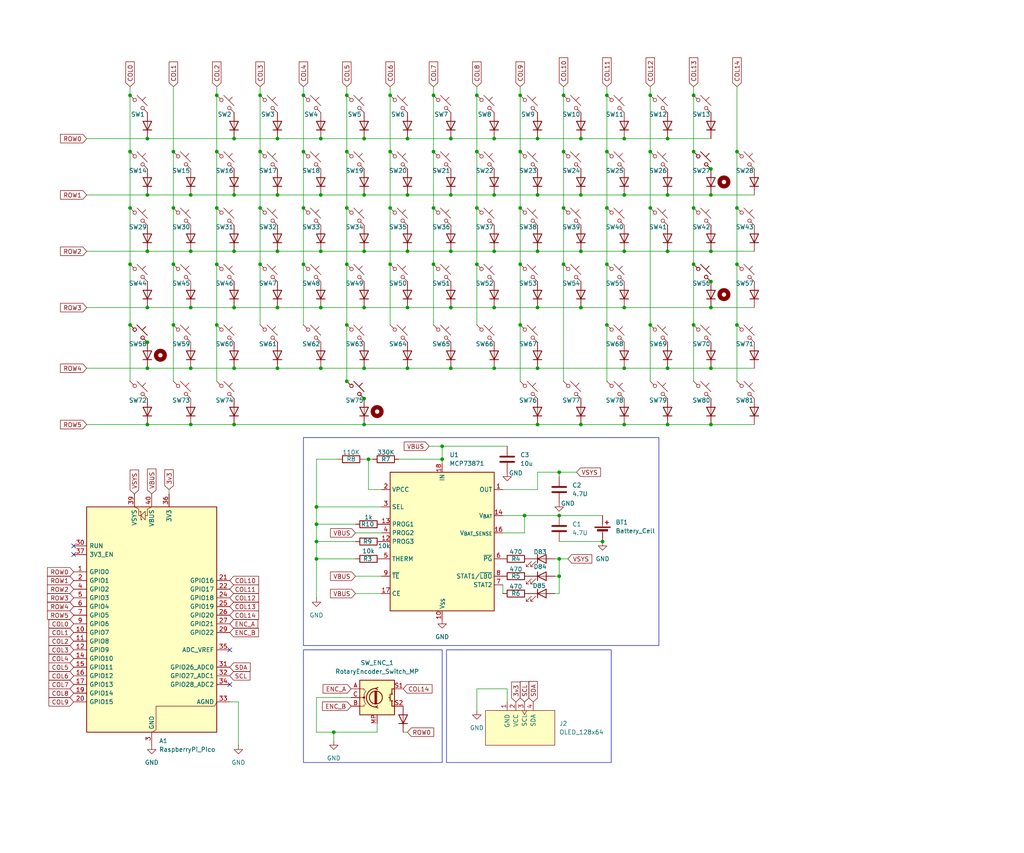
<source format=kicad_sch>
(kicad_sch (version 20250114) (generator "eeschema") (generator_version "9.0")
  (paper "User" 300 250)
  (rectangle (start 88.9 128.27) (end 193.04 189.23))
  (rectangle (start 130.81 190.5) (end 179.07 223.52))
  (rectangle (start 88.9 190.5) (end 129.54 223.52))
  (junction (at 176.53 158.75))
  (junction (at 215.9 95.25))
  (junction (at 203.2 44.45))
  (junction (at 190.5 60.96))
  (junction (at 127 60.96))
  (junction (at 55.88 73.66))
  (junction (at 55.88 90.17))
  (junction (at 76.2 77.47))
  (junction (at 182.88 57.15))
  (junction (at 119.38 57.15))
  (junction (at 208.28 82.55))
  (junction (at 76.2 27.94))
  (junction (at 119.38 40.64))
  (junction (at 170.18 57.15))
  (junction (at 165.1 77.47))
  (junction (at 177.8 77.47))
  (junction (at 63.5 60.96))
  (junction (at 68.58 107.95))
  (junction (at 81.28 90.17))
  (junction (at 132.08 90.17))
  (junction (at 129.54 134.62))
  (junction (at 190.5 44.45))
  (junction (at 139.7 27.94))
  (junction (at 165.1 60.96))
  (junction (at 157.48 90.17))
  (junction (at 38.1 77.47))
  (junction (at 88.9 27.94))
  (junction (at 177.8 27.94))
  (junction (at 43.18 90.17))
  (junction (at 106.68 116.84))
  (junction (at 208.28 57.15))
  (junction (at 144.78 57.15))
  (junction (at 177.8 44.45))
  (junction (at 127 44.45))
  (junction (at 144.78 107.95))
  (junction (at 152.4 60.96))
  (junction (at 163.83 151.13))
  (junction (at 106.68 73.66))
  (junction (at 43.18 57.15))
  (junction (at 144.78 73.66))
  (junction (at 177.8 60.96))
  (junction (at 182.88 90.17))
  (junction (at 101.6 44.45))
  (junction (at 93.98 57.15))
  (junction (at 68.58 57.15))
  (junction (at 190.5 27.94))
  (junction (at 157.48 107.95))
  (junction (at 139.7 77.47))
  (junction (at 163.83 168.91))
  (junction (at 132.08 40.64))
  (junction (at 203.2 95.25))
  (junction (at 215.9 77.47))
  (junction (at 55.88 107.95))
  (junction (at 81.28 40.64))
  (junction (at 114.3 60.96))
  (junction (at 157.48 124.46))
  (junction (at 144.78 90.17))
  (junction (at 139.7 44.45))
  (junction (at 50.8 77.47))
  (junction (at 76.2 44.45))
  (junction (at 163.83 163.83))
  (junction (at 38.1 27.94))
  (junction (at 76.2 60.96))
  (junction (at 152.4 77.47))
  (junction (at 152.4 95.25))
  (junction (at 50.8 95.25))
  (junction (at 132.08 73.66))
  (junction (at 92.71 148.59))
  (junction (at 203.2 77.47))
  (junction (at 38.1 95.25))
  (junction (at 107.95 134.62))
  (junction (at 38.1 60.96))
  (junction (at 203.2 27.94))
  (junction (at 182.88 107.95))
  (junction (at 195.58 107.95))
  (junction (at 68.58 124.46))
  (junction (at 101.6 77.47))
  (junction (at 119.38 73.66))
  (junction (at 127 77.47))
  (junction (at 101.6 27.94))
  (junction (at 208.28 90.17))
  (junction (at 63.5 77.47))
  (junction (at 119.38 107.95))
  (junction (at 163.83 138.43))
  (junction (at 152.4 44.45))
  (junction (at 55.88 124.46))
  (junction (at 132.08 107.95))
  (junction (at 119.38 90.17))
  (junction (at 215.9 60.96))
  (junction (at 127 27.94))
  (junction (at 208.28 107.95))
  (junction (at 208.28 73.66))
  (junction (at 177.8 95.25))
  (junction (at 106.68 90.17))
  (junction (at 88.9 60.96))
  (junction (at 203.2 60.96))
  (junction (at 106.68 107.95))
  (junction (at 153.67 151.13))
  (junction (at 68.58 90.17))
  (junction (at 43.18 73.66))
  (junction (at 195.58 124.46))
  (junction (at 157.48 57.15))
  (junction (at 81.28 57.15))
  (junction (at 43.18 100.33))
  (junction (at 93.98 73.66))
  (junction (at 68.58 40.64))
  (junction (at 190.5 95.25))
  (junction (at 157.48 73.66))
  (junction (at 63.5 27.94))
  (junction (at 208.28 124.46))
  (junction (at 50.8 44.45))
  (junction (at 101.6 60.96))
  (junction (at 182.88 40.64))
  (junction (at 88.9 77.47))
  (junction (at 157.48 40.64))
  (junction (at 195.58 40.64))
  (junction (at 63.5 95.25))
  (junction (at 170.18 124.46))
  (junction (at 139.7 60.96))
  (junction (at 68.58 73.66))
  (junction (at 132.08 57.15))
  (junction (at 195.58 73.66))
  (junction (at 114.3 44.45))
  (junction (at 165.1 27.94))
  (junction (at 170.18 90.17))
  (junction (at 106.68 40.64))
  (junction (at 101.6 111.76))
  (junction (at 165.1 44.45))
  (junction (at 106.68 124.46))
  (junction (at 81.28 73.66))
  (junction (at 114.3 77.47))
  (junction (at 215.9 44.45))
  (junction (at 92.71 153.67))
  (junction (at 182.88 73.66))
  (junction (at 182.88 124.46))
  (junction (at 114.3 27.94))
  (junction (at 93.98 90.17))
  (junction (at 101.6 95.25))
  (junction (at 93.98 40.64))
  (junction (at 144.78 40.64))
  (junction (at 97.79 214.63))
  (junction (at 63.5 44.45))
  (junction (at 152.4 27.94))
  (junction (at 50.8 60.96))
  (junction (at 170.18 40.64))
  (junction (at 92.71 163.83))
  (junction (at 43.18 40.64))
  (junction (at 93.98 107.95))
  (junction (at 55.88 57.15))
  (junction (at 88.9 44.45))
  (junction (at 106.68 57.15))
  (junction (at 208.28 49.53))
  (junction (at 195.58 57.15))
  (junction (at 129.54 130.81))
  (junction (at 170.18 73.66))
  (junction (at 43.18 124.46))
  (junction (at 81.28 107.95))
  (junction (at 43.18 107.95))
  (junction (at 38.1 44.45))
  (junction (at 92.71 158.75))
  (no_connect (at 21.59 162.56))
  (no_connect (at 67.31 200.66))
  (no_connect (at 67.31 190.5))
  (no_connect (at 21.59 160.02))
  (wire (pts (xy 43.18 40.64) (xy 68.58 40.64)))
  (wire (pts (xy 68.58 124.46) (xy 106.68 124.46)))
  (wire (pts (xy 92.71 153.67) (xy 92.71 158.75)))
  (wire (pts (xy 190.5 25.4) (xy 190.5 27.94)))
  (wire (pts (xy 101.6 95.25) (xy 101.6 111.76)))
  (wire (pts (xy 114.3 25.4) (xy 114.3 27.94)))
  (wire (pts (xy 63.5 44.45) (xy 63.5 60.96)))
  (wire (pts (xy 203.2 27.94) (xy 203.2 44.45)))
  (wire (pts (xy 153.67 151.13) (xy 153.67 156.21)))
  (wire (pts (xy 76.2 77.47) (xy 76.2 95.25)))
  (wire (pts (xy 157.48 138.43) (xy 157.48 143.51)))
  (wire (pts (xy 55.88 90.17) (xy 68.58 90.17)))
  (wire (pts (xy 132.08 107.95) (xy 144.78 107.95)))
  (wire (pts (xy 208.28 73.66) (xy 220.98 73.66)))
  (wire (pts (xy 147.32 156.21) (xy 153.67 156.21)))
  (wire (pts (xy 129.54 130.81) (xy 129.54 134.62)))
  (wire (pts (xy 104.14 173.99) (xy 111.76 173.99)))
  (wire (pts (xy 157.48 57.15) (xy 170.18 57.15)))
  (wire (pts (xy 190.5 60.96) (xy 190.5 95.25)))
  (wire (pts (xy 68.58 40.64) (xy 81.28 40.64)))
  (wire (pts (xy 163.83 139.7) (xy 163.83 138.43)))
  (wire (pts (xy 81.28 107.95) (xy 93.98 107.95)))
  (wire (pts (xy 76.2 44.45) (xy 76.2 60.96)))
  (wire (pts (xy 165.1 44.45) (xy 165.1 60.96)))
  (wire (pts (xy 38.1 25.4) (xy 38.1 27.94)))
  (wire (pts (xy 182.88 124.46) (xy 195.58 124.46)))
  (wire (pts (xy 190.5 27.94) (xy 190.5 44.45)))
  (wire (pts (xy 215.9 44.45) (xy 215.9 60.96)))
  (wire (pts (xy 170.18 73.66) (xy 182.88 73.66)))
  (wire (pts (xy 165.1 25.4) (xy 165.1 27.94)))
  (wire (pts (xy 132.08 40.64) (xy 144.78 40.64)))
  (wire (pts (xy 125.73 130.81) (xy 129.54 130.81)))
  (wire (pts (xy 177.8 27.94) (xy 177.8 44.45)))
  (wire (pts (xy 102.87 204.47) (xy 92.71 204.47)))
  (wire (pts (xy 177.8 44.45) (xy 177.8 60.96)))
  (wire (pts (xy 132.08 90.17) (xy 144.78 90.17)))
  (wire (pts (xy 144.78 107.95) (xy 157.48 107.95)))
  (wire (pts (xy 203.2 44.45) (xy 203.2 60.96)))
  (wire (pts (xy 76.2 60.96) (xy 76.2 77.47)))
  (wire (pts (xy 88.9 77.47) (xy 88.9 95.25)))
  (wire (pts (xy 182.88 57.15) (xy 195.58 57.15)))
  (wire (pts (xy 157.48 73.66) (xy 170.18 73.66)))
  (wire (pts (xy 88.9 44.45) (xy 88.9 60.96)))
  (wire (pts (xy 106.68 107.95) (xy 119.38 107.95)))
  (wire (pts (xy 163.83 138.43) (xy 168.91 138.43)))
  (wire (pts (xy 165.1 60.96) (xy 165.1 77.47)))
  (wire (pts (xy 101.6 25.4) (xy 101.6 27.94)))
  (wire (pts (xy 139.7 77.47) (xy 139.7 95.25)))
  (wire (pts (xy 106.68 134.62) (xy 107.95 134.62)))
  (wire (pts (xy 157.48 143.51) (xy 147.32 143.51)))
  (wire (pts (xy 208.28 107.95) (xy 220.98 107.95)))
  (wire (pts (xy 50.8 95.25) (xy 50.8 111.76)))
  (wire (pts (xy 68.58 57.15) (xy 81.28 57.15)))
  (wire (pts (xy 92.71 153.67) (xy 104.14 153.67)))
  (wire (pts (xy 63.5 60.96) (xy 63.5 77.47)))
  (wire (pts (xy 55.88 124.46) (xy 68.58 124.46)))
  (wire (pts (xy 119.38 40.64) (xy 132.08 40.64)))
  (wire (pts (xy 127 60.96) (xy 127 77.47)))
  (wire (pts (xy 157.48 40.64) (xy 170.18 40.64)))
  (wire (pts (xy 139.7 201.93) (xy 148.59 201.93)))
  (wire (pts (xy 153.67 151.13) (xy 163.83 151.13)))
  (wire (pts (xy 50.8 77.47) (xy 50.8 95.25)))
  (wire (pts (xy 190.5 44.45) (xy 190.5 60.96)))
  (wire (pts (xy 165.1 77.47) (xy 165.1 111.76)))
  (wire (pts (xy 92.71 204.47) (xy 92.71 214.63)))
  (wire (pts (xy 127 25.4) (xy 127 27.94)))
  (wire (pts (xy 38.1 60.96) (xy 38.1 77.47)))
  (wire (pts (xy 144.78 90.17) (xy 157.48 90.17)))
  (wire (pts (xy 63.5 25.4) (xy 63.5 27.94)))
  (wire (pts (xy 163.83 173.99) (xy 162.56 173.99)))
  (wire (pts (xy 55.88 107.95) (xy 68.58 107.95)))
  (wire (pts (xy 106.68 40.64) (xy 119.38 40.64)))
  (wire (pts (xy 107.95 143.51) (xy 111.76 143.51)))
  (wire (pts (xy 144.78 73.66) (xy 157.48 73.66)))
  (wire (pts (xy 50.8 60.96) (xy 50.8 77.47)))
  (wire (pts (xy 97.79 214.63) (xy 110.49 214.63)))
  (wire (pts (xy 43.18 107.95) (xy 55.88 107.95)))
  (wire (pts (xy 81.28 90.17) (xy 93.98 90.17)))
  (wire (pts (xy 203.2 77.47) (xy 203.2 95.25)))
  (wire (pts (xy 182.88 107.95) (xy 195.58 107.95)))
  (wire (pts (xy 157.48 90.17) (xy 170.18 90.17)))
  (wire (pts (xy 119.38 107.95) (xy 132.08 107.95)))
  (wire (pts (xy 93.98 57.15) (xy 106.68 57.15)))
  (wire (pts (xy 93.98 90.17) (xy 106.68 90.17)))
  (wire (pts (xy 68.58 73.66) (xy 81.28 73.66)))
  (wire (pts (xy 195.58 57.15) (xy 208.28 57.15)))
  (wire (pts (xy 208.28 90.17) (xy 220.98 90.17)))
  (wire (pts (xy 139.7 60.96) (xy 139.7 77.47)))
  (wire (pts (xy 114.3 44.45) (xy 114.3 60.96)))
  (wire (pts (xy 92.71 158.75) (xy 104.14 158.75)))
  (wire (pts (xy 49.53 143.51) (xy 49.53 144.78)))
  (wire (pts (xy 195.58 73.66) (xy 208.28 73.66)))
  (wire (pts (xy 190.5 95.25) (xy 190.5 111.76)))
  (wire (pts (xy 119.38 73.66) (xy 132.08 73.66)))
  (wire (pts (xy 177.8 25.4) (xy 177.8 27.94)))
  (wire (pts (xy 106.68 90.17) (xy 119.38 90.17)))
  (wire (pts (xy 63.5 95.25) (xy 63.5 111.76)))
  (wire (pts (xy 38.1 77.47) (xy 38.1 95.25)))
  (wire (pts (xy 195.58 40.64) (xy 208.28 40.64)))
  (wire (pts (xy 166.37 163.83) (xy 163.83 163.83)))
  (wire (pts (xy 101.6 60.96) (xy 101.6 77.47)))
  (wire (pts (xy 182.88 40.64) (xy 195.58 40.64)))
  (wire (pts (xy 92.71 148.59) (xy 92.71 153.67)))
  (wire (pts (xy 163.83 158.75) (xy 176.53 158.75)))
  (wire (pts (xy 195.58 124.46) (xy 208.28 124.46)))
  (wire (pts (xy 81.28 40.64) (xy 93.98 40.64)))
  (wire (pts (xy 25.4 40.64) (xy 43.18 40.64)))
  (wire (pts (xy 129.54 134.62) (xy 129.54 135.89)))
  (wire (pts (xy 139.7 44.45) (xy 139.7 60.96)))
  (wire (pts (xy 157.48 138.43) (xy 163.83 138.43)))
  (wire (pts (xy 101.6 27.94) (xy 101.6 44.45)))
  (wire (pts (xy 76.2 27.94) (xy 76.2 44.45)))
  (wire (pts (xy 114.3 60.96) (xy 114.3 77.47)))
  (wire (pts (xy 104.14 168.91) (xy 111.76 168.91)))
  (wire (pts (xy 101.6 44.45) (xy 101.6 60.96)))
  (wire (pts (xy 55.88 73.66) (xy 68.58 73.66)))
  (wire (pts (xy 92.71 175.26) (xy 92.71 163.83)))
  (wire (pts (xy 88.9 60.96) (xy 88.9 77.47)))
  (wire (pts (xy 127 77.47) (xy 127 95.25)))
  (wire (pts (xy 25.4 90.17) (xy 43.18 90.17)))
  (wire (pts (xy 68.58 107.95) (xy 81.28 107.95)))
  (wire (pts (xy 63.5 27.94) (xy 63.5 44.45)))
  (wire (pts (xy 152.4 25.4) (xy 152.4 27.94)))
  (wire (pts (xy 68.58 90.17) (xy 81.28 90.17)))
  (wire (pts (xy 163.83 163.83) (xy 162.56 163.83)))
  (wire (pts (xy 92.71 148.59) (xy 111.76 148.59)))
  (wire (pts (xy 163.83 163.83) (xy 163.83 168.91)))
  (wire (pts (xy 106.68 73.66) (xy 119.38 73.66)))
  (wire (pts (xy 107.95 134.62) (xy 109.22 134.62)))
  (wire (pts (xy 104.14 156.21) (xy 111.76 156.21)))
  (wire (pts (xy 215.9 95.25) (xy 215.9 111.76)))
  (wire (pts (xy 203.2 60.96) (xy 203.2 77.47)))
  (wire (pts (xy 163.83 168.91) (xy 163.83 173.99)))
  (wire (pts (xy 152.4 44.45) (xy 152.4 60.96)))
  (wire (pts (xy 63.5 77.47) (xy 63.5 95.25)))
  (wire (pts (xy 67.31 205.74) (xy 69.85 205.74)))
  (wire (pts (xy 170.18 57.15) (xy 182.88 57.15)))
  (wire (pts (xy 50.8 44.45) (xy 50.8 60.96)))
  (wire (pts (xy 81.28 73.66) (xy 93.98 73.66)))
  (wire (pts (xy 203.2 95.25) (xy 203.2 111.76)))
  (wire (pts (xy 114.3 27.94) (xy 114.3 44.45)))
  (wire (pts (xy 157.48 107.95) (xy 182.88 107.95)))
  (wire (pts (xy 215.9 77.47) (xy 215.9 95.25)))
  (wire (pts (xy 25.4 107.95) (xy 43.18 107.95)))
  (wire (pts (xy 119.38 57.15) (xy 132.08 57.15)))
  (wire (pts (xy 177.8 60.96) (xy 177.8 77.47)))
  (wire (pts (xy 152.4 60.96) (xy 152.4 77.47)))
  (wire (pts (xy 38.1 27.94) (xy 38.1 44.45)))
  (wire (pts (xy 50.8 25.4) (xy 50.8 44.45)))
  (wire (pts (xy 195.58 107.95) (xy 208.28 107.95)))
  (wire (pts (xy 208.28 124.46) (xy 220.98 124.46)))
  (wire (pts (xy 106.68 57.15) (xy 119.38 57.15)))
  (wire (pts (xy 76.2 25.4) (xy 76.2 27.94)))
  (wire (pts (xy 92.71 134.62) (xy 92.71 148.59)))
  (wire (pts (xy 215.9 25.4) (xy 215.9 44.45)))
  (wire (pts (xy 144.78 57.15) (xy 157.48 57.15)))
  (wire (pts (xy 144.78 40.64) (xy 157.48 40.64)))
  (wire (pts (xy 152.4 77.47) (xy 152.4 95.25)))
  (wire (pts (xy 129.54 130.81) (xy 148.59 130.81)))
  (wire (pts (xy 55.88 57.15) (xy 68.58 57.15)))
  (wire (pts (xy 182.88 90.17) (xy 208.28 90.17)))
  (wire (pts (xy 99.06 134.62) (xy 92.71 134.62)))
  (wire (pts (xy 162.56 168.91) (xy 163.83 168.91)))
  (wire (pts (xy 170.18 40.64) (xy 182.88 40.64)))
  (wire (pts (xy 93.98 40.64) (xy 106.68 40.64)))
  (wire (pts (xy 139.7 208.28) (xy 139.7 201.93)))
  (wire (pts (xy 93.98 107.95) (xy 106.68 107.95)))
  (wire (pts (xy 163.83 151.13) (xy 176.53 151.13)))
  (wire (pts (xy 25.4 73.66) (xy 43.18 73.66)))
  (wire (pts (xy 43.18 73.66) (xy 55.88 73.66)))
  (wire (pts (xy 147.32 151.13) (xy 153.67 151.13)))
  (wire (pts (xy 165.1 27.94) (xy 165.1 44.45)))
  (wire (pts (xy 88.9 25.4) (xy 88.9 27.94)))
  (wire (pts (xy 152.4 95.25) (xy 152.4 111.76)))
  (wire (pts (xy 116.84 134.62) (xy 129.54 134.62)))
  (wire (pts (xy 208.28 57.15) (xy 220.98 57.15)))
  (wire (pts (xy 152.4 27.94) (xy 152.4 44.45)))
  (wire (pts (xy 93.98 73.66) (xy 106.68 73.66)))
  (wire (pts (xy 119.38 214.63) (xy 118.11 214.63)))
  (wire (pts (xy 203.2 25.4) (xy 203.2 27.94)))
  (wire (pts (xy 139.7 25.4) (xy 139.7 27.94)))
  (wire (pts (xy 106.68 124.46) (xy 157.48 124.46)))
  (wire (pts (xy 25.4 57.15) (xy 43.18 57.15)))
  (wire (pts (xy 132.08 57.15) (xy 144.78 57.15)))
  (wire (pts (xy 127 44.45) (xy 127 60.96)))
  (wire (pts (xy 92.71 163.83) (xy 92.71 158.75)))
  (wire (pts (xy 38.1 44.45) (xy 38.1 60.96)))
  (wire (pts (xy 147.32 171.45) (xy 147.32 173.99)))
  (wire (pts (xy 177.8 95.25) (xy 177.8 111.76)))
  (wire (pts (xy 92.71 214.63) (xy 97.79 214.63)))
  (wire (pts (xy 38.1 95.25) (xy 38.1 111.76)))
  (wire (pts (xy 43.18 57.15) (xy 55.88 57.15)))
  (wire (pts (xy 25.4 124.46) (xy 43.18 124.46)))
  (wire (pts (xy 139.7 27.94) (xy 139.7 44.45)))
  (wire (pts (xy 107.95 134.62) (xy 107.95 143.51)))
  (wire (pts (xy 177.8 77.47) (xy 177.8 95.25)))
  (wire (pts (xy 157.48 124.46) (xy 170.18 124.46)))
  (wire (pts (xy 215.9 60.96) (xy 215.9 77.47)))
  (wire (pts (xy 148.59 201.93) (xy 148.59 205.74)))
  (wire (pts (xy 127 27.94) (xy 127 44.45)))
  (wire (pts (xy 43.18 90.17) (xy 55.88 90.17)))
  (wire (pts (xy 92.71 163.83) (xy 104.14 163.83)))
  (wire (pts (xy 132.08 73.66) (xy 144.78 73.66)))
  (wire (pts (xy 69.85 205.74) (xy 69.85 218.44)))
  (wire (pts (xy 97.79 217.17) (xy 97.79 214.63)))
  (wire (pts (xy 170.18 90.17) (xy 182.88 90.17)))
  (wire (pts (xy 101.6 77.47) (xy 101.6 95.25)))
  (wire (pts (xy 114.3 77.47) (xy 114.3 95.25)))
  (wire (pts (xy 81.28 57.15) (xy 93.98 57.15)))
  (wire (pts (xy 88.9 27.94) (xy 88.9 44.45)))
  (wire (pts (xy 110.49 214.63) (xy 110.49 212.09)))
  (wire (pts (xy 43.18 124.46) (xy 55.88 124.46)))
  (wire (pts (xy 170.18 124.46) (xy 182.88 124.46)))
  (wire (pts (xy 119.38 90.17) (xy 132.08 90.17)))
  (wire (pts (xy 182.88 73.66) (xy 195.58 73.66)))
  (global_label "ROW1" (shape input) (at 21.59 170.18 180) (property "Intersheetrefs" "${INTERSHEET_REFS}" (effects (hide yes))))
  (global_label "SCL" (shape input) (at 67.31 198.12 0) (property "Intersheetrefs" "${INTERSHEET_REFS}" (effects (hide yes))))
  (global_label "COL0" (shape input) (at 21.59 182.88 180) (property "Intersheetrefs" "${INTERSHEET_REFS}" (effects (hide yes))))
  (global_label "ROW0" (shape input) (at 119.38 214.63 0) (property "Intersheetrefs" "${INTERSHEET_REFS}" (effects (hide yes))))
  (global_label "COL2" (shape input) (at 63.5 25.4 90) (property "Intersheetrefs" "${INTERSHEET_REFS}" (effects (hide yes))))
  (global_label "COL7" (shape input) (at 21.59 200.66 180) (property "Intersheetrefs" "${INTERSHEET_REFS}" (effects (hide yes))))
  (global_label "COL10" (shape input) (at 165.1 25.4 90) (property "Intersheetrefs" "${INTERSHEET_REFS}" (effects (hide yes))))
  (global_label "VSYS" (shape input) (at 166.37 163.83 0) (property "Intersheetrefs" "${INTERSHEET_REFS}" (effects (hide yes))))
  (global_label "COL12" (shape input) (at 190.5 25.4 90) (property "Intersheetrefs" "${INTERSHEET_REFS}" (effects (hide yes))))
  (global_label "ROW3" (shape input) (at 25.4 90.17 180) (property "Intersheetrefs" "${INTERSHEET_REFS}" (effects (hide yes))))
  (global_label "SDA" (shape input) (at 156.21 205.74 90) (property "Intersheetrefs" "${INTERSHEET_REFS}" (effects (hide yes))))
  (global_label "COL6" (shape input) (at 114.3 25.4 90) (property "Intersheetrefs" "${INTERSHEET_REFS}" (effects (hide yes))))
  (global_label "ROW5" (shape input) (at 21.59 180.34 180) (property "Intersheetrefs" "${INTERSHEET_REFS}" (effects (hide yes))))
  (global_label "3v3" (shape input) (at 49.53 143.51 90) (property "Intersheetrefs" "${INTERSHEET_REFS}" (effects (hide yes))))
  (global_label "VBUS" (shape input) (at 104.14 156.21 180) (property "Intersheetrefs" "${INTERSHEET_REFS}" (effects (hide yes))))
  (global_label "VSYS" (shape input) (at 39.37 144.78 90) (property "Intersheetrefs" "${INTERSHEET_REFS}" (effects (hide yes))))
  (global_label "COL14" (shape input) (at 67.31 180.34 0) (property "Intersheetrefs" "${INTERSHEET_REFS}" (effects (hide yes))))
  (global_label "ROW4" (shape input) (at 25.4 107.95 180) (property "Intersheetrefs" "${INTERSHEET_REFS}" (effects (hide yes))))
  (global_label "COL13" (shape input) (at 67.31 177.8 0) (property "Intersheetrefs" "${INTERSHEET_REFS}" (effects (hide yes))))
  (global_label "COL9" (shape input) (at 21.59 205.74 180) (property "Intersheetrefs" "${INTERSHEET_REFS}" (effects (hide yes))))
  (global_label "COL11" (shape input) (at 177.8 25.4 90) (property "Intersheetrefs" "${INTERSHEET_REFS}" (effects (hide yes))))
  (global_label "ENC_B" (shape input) (at 102.87 207.01 180) (property "Intersheetrefs" "${INTERSHEET_REFS}" (effects (hide yes))))
  (global_label "COL9" (shape input) (at 152.4 25.4 90) (property "Intersheetrefs" "${INTERSHEET_REFS}" (effects (hide yes))))
  (global_label "ROW5" (shape input) (at 25.4 124.46 180) (property "Intersheetrefs" "${INTERSHEET_REFS}" (effects (hide yes))))
  (global_label "COL8" (shape input) (at 21.59 203.2 180) (property "Intersheetrefs" "${INTERSHEET_REFS}" (effects (hide yes))))
  (global_label "VBUS" (shape input) (at 104.14 173.99 180) (property "Intersheetrefs" "${INTERSHEET_REFS}" (effects (hide yes))))
  (global_label "COL14" (shape input) (at 215.9 25.4 90) (property "Intersheetrefs" "${INTERSHEET_REFS}" (effects (hide yes))))
  (global_label "COL10" (shape input) (at 67.31 170.18 0) (property "Intersheetrefs" "${INTERSHEET_REFS}" (effects (hide yes))))
  (global_label "COL5" (shape input) (at 101.6 25.4 90) (property "Intersheetrefs" "${INTERSHEET_REFS}" (effects (hide yes))))
  (global_label "VBUS" (shape input) (at 44.45 144.78 90) (property "Intersheetrefs" "${INTERSHEET_REFS}" (effects (hide yes))))
  (global_label "COL6" (shape input) (at 21.59 198.12 180) (property "Intersheetrefs" "${INTERSHEET_REFS}" (effects (hide yes))))
  (global_label "COL8" (shape input) (at 139.7 25.4 90) (property "Intersheetrefs" "${INTERSHEET_REFS}" (effects (hide yes))))
  (global_label "COL3" (shape input) (at 76.2 25.4 90) (property "Intersheetrefs" "${INTERSHEET_REFS}" (effects (hide yes))))
  (global_label "COL4" (shape input) (at 88.9 25.4 90) (property "Intersheetrefs" "${INTERSHEET_REFS}" (effects (hide yes))))
  (global_label "COL5" (shape input) (at 21.59 195.58 180) (property "Intersheetrefs" "${INTERSHEET_REFS}" (effects (hide yes))))
  (global_label "ROW2" (shape input) (at 21.59 172.72 180) (property "Intersheetrefs" "${INTERSHEET_REFS}" (effects (hide yes))))
  (global_label "VBUS" (shape input) (at 125.73 130.81 180) (property "Intersheetrefs" "${INTERSHEET_REFS}" (effects (hide yes))))
  (global_label "COL13" (shape input) (at 203.2 25.4 90) (property "Intersheetrefs" "${INTERSHEET_REFS}" (effects (hide yes))))
  (global_label "COL2" (shape input) (at 21.59 187.96 180) (property "Intersheetrefs" "${INTERSHEET_REFS}" (effects (hide yes))))
  (global_label "ENC_B" (shape input) (at 67.31 185.42 0) (property "Intersheetrefs" "${INTERSHEET_REFS}" (effects (hide yes))))
  (global_label "SCL" (shape input) (at 153.67 205.74 90) (property "Intersheetrefs" "${INTERSHEET_REFS}" (effects (hide yes))))
  (global_label "COL12" (shape input) (at 67.31 175.26 0) (property "Intersheetrefs" "${INTERSHEET_REFS}" (effects (hide yes))))
  (global_label "ROW0" (shape input) (at 25.4 40.64 180) (property "Intersheetrefs" "${INTERSHEET_REFS}" (effects (hide yes))))
  (global_label "COL14" (shape input) (at 118.11 201.93 0) (property "Intersheetrefs" "${INTERSHEET_REFS}" (effects (hide yes))))
  (global_label "ROW3" (shape input) (at 21.59 175.26 180) (property "Intersheetrefs" "${INTERSHEET_REFS}" (effects (hide yes))))
  (global_label "VSYS" (shape input) (at 168.91 138.43 0) (property "Intersheetrefs" "${INTERSHEET_REFS}" (effects (hide yes))))
  (global_label "ENC_A" (shape input) (at 102.87 201.93 180) (property "Intersheetrefs" "${INTERSHEET_REFS}" (effects (hide yes))))
  (global_label "ROW0" (shape input) (at 21.59 167.64 180) (property "Intersheetrefs" "${INTERSHEET_REFS}" (effects (hide yes))))
  (global_label "COL1" (shape input) (at 50.8 25.4 90) (property "Intersheetrefs" "${INTERSHEET_REFS}" (effects (hide yes))))
  (global_label "COL0" (shape input) (at 38.1 25.4 90) (property "Intersheetrefs" "${INTERSHEET_REFS}" (effects (hide yes))))
  (global_label "ROW4" (shape input) (at 21.59 177.8 180) (property "Intersheetrefs" "${INTERSHEET_REFS}" (effects (hide yes))))
  (global_label "COL11" (shape input) (at 67.31 172.72 0) (property "Intersheetrefs" "${INTERSHEET_REFS}" (effects (hide yes))))
  (global_label "COL4" (shape input) (at 21.59 193.04 180) (property "Intersheetrefs" "${INTERSHEET_REFS}" (effects (hide yes))))
  (global_label "ROW2" (shape input) (at 25.4 73.66 180) (property "Intersheetrefs" "${INTERSHEET_REFS}" (effects (hide yes))))
  (global_label "ROW1" (shape input) (at 25.4 57.15 180) (property "Intersheetrefs" "${INTERSHEET_REFS}" (effects (hide yes))))
  (global_label "ENC_A" (shape input) (at 67.31 182.88 0) (property "Intersheetrefs" "${INTERSHEET_REFS}" (effects (hide yes))))
  (global_label "3v3" (shape input) (at 151.13 205.74 90) (property "Intersheetrefs" "${INTERSHEET_REFS}" (effects (hide yes))))
  (global_label "COL7" (shape input) (at 127 25.4 90) (property "Intersheetrefs" "${INTERSHEET_REFS}" (effects (hide yes))))
  (global_label "SDA" (shape input) (at 67.31 195.58 0) (property "Intersheetrefs" "${INTERSHEET_REFS}" (effects (hide yes))))
  (global_label "COL1" (shape input) (at 21.59 185.42 180) (property "Intersheetrefs" "${INTERSHEET_REFS}" (effects (hide yes))))
  (global_label "COL3" (shape input) (at 21.59 190.5 180) (property "Intersheetrefs" "${INTERSHEET_REFS}" (effects (hide yes))))
  (global_label "VBUS" (shape input) (at 104.14 168.91 180) (property "Intersheetrefs" "${INTERSHEET_REFS}" (effects (hide yes))))
  (symbol (lib_id "Switch:SW_Push_45deg") (at 205.74 80.01 0) (unit 1)
    (property "Reference" "SW85" (effects (hide yes)))
    (property "Value" "SW_Push_45deg" (effects (hide yes)))
    (property "Footprint" "lib:SW_Gateron_LowProfile_THT" (effects (hide yes)))
    (property "Description" "Push button switch, normally open, two pins, 45° tilted" (effects (hide yes)))
  )
  (symbol (lib_id "Diode:1N4148") (at 119.38 104.14 90) (unit 1)
    (property "Reference" "D64" (effects (hide yes)))
    (property "Value" "1N4148" (effects (hide yes)))
    (property "Footprint" "Diode_THT:D_DO-35_SOD27_P7.62mm_Horizontal" (effects (hide yes)))
    (property "Datasheet" "https://assets.nexperia.com/documents/data-sheet/1N4148_1N4448.pdf" (effects (hide yes)))
    (property "Description" "100V 0.15A standard switching diode, DO-35" (effects (hide yes)))
    (property "Sim.Device" "D" (effects (hide yes)))
    (property "Sim.Pins" "1=K 2=A" (effects (hide yes)))
  )
  (symbol (lib_id "Diode:1N4148") (at 81.28 86.36 90) (unit 1)
    (property "Reference" "D47" (effects (hide yes)))
    (property "Value" "1N4148" (effects (hide yes)))
    (property "Footprint" "Diode_THT:D_DO-35_SOD27_P7.62mm_Horizontal" (effects (hide yes)))
    (property "Datasheet" "https://assets.nexperia.com/documents/data-sheet/1N4148_1N4448.pdf" (effects (hide yes)))
    (property "Description" "100V 0.15A standard switching diode, DO-35" (effects (hide yes)))
    (property "Sim.Device" "D" (effects (hide yes)))
    (property "Sim.Pins" "1=K 2=A" (effects (hide yes)))
  )
  (symbol (lib_id "Switch:SW_Push_45deg") (at 40.64 30.48 0) (unit 1)
    (property "Reference" "SW1" (at 40.386 33.528 0))
    (property "Value" "SW_Push_45deg" (effects (hide yes)))
    (property "Footprint" "lib:SW_Gateron_LowProfile_THT" (effects (hide yes)))
    (property "Description" "Push button switch, normally open, two pins, 45° tilted" (effects (hide yes)))
  )
  (symbol (lib_id "Switch:SW_Push_45deg") (at 167.64 114.3 0) (unit 1)
    (property "Reference" "SW77" (at 167.386 117.348 0))
    (property "Value" "SW_Push_45deg" (effects (hide yes)))
    (property "Footprint" "lib:SW_Gateron_LowProfile_THT" (effects (hide yes)))
    (property "Description" "Push button switch, normally open, two pins, 45° tilted" (effects (hide yes)))
  )
  (symbol (lib_id "Switch:SW_Push_45deg") (at 116.84 46.99 0) (unit 1)
    (property "Reference" "SW20" (at 116.586 50.038 0))
    (property "Value" "SW_Push_45deg" (effects (hide yes)))
    (property "Footprint" "lib:SW_Gateron_LowProfile_THT" (effects (hide yes)))
    (property "Description" "Push button switch, normally open, two pins, 45° tilted" (effects (hide yes)))
  )
  (symbol (lib_id "Diode:1N4148") (at 182.88 120.65 90) (unit 1)
    (property "Reference" "D78" (effects (hide yes)))
    (property "Value" "1N4148" (effects (hide yes)))
    (property "Footprint" "Diode_THT:D_DO-35_SOD27_P7.62mm_Horizontal" (effects (hide yes)))
    (property "Datasheet" "https://assets.nexperia.com/documents/data-sheet/1N4148_1N4448.pdf" (effects (hide yes)))
    (property "Description" "100V 0.15A standard switching diode, DO-35" (effects (hide yes)))
    (property "Sim.Device" "D" (effects (hide yes)))
    (property "Sim.Pins" "1=K 2=A" (effects (hide yes)))
  )
  (symbol (lib_id "Switch:SW_Push_45deg") (at 129.54 63.5 0) (unit 1)
    (property "Reference" "SW36" (at 129.286 66.548 0))
    (property "Value" "SW_Push_45deg" (effects (hide yes)))
    (property "Footprint" "lib:SW_Gateron_LowProfile_THT" (effects (hide yes)))
    (property "Description" "Push button switch, normally open, two pins, 45° tilted" (effects (hide yes)))
  )
  (symbol (lib_id "Diode:1N4148") (at 106.68 104.14 90) (unit 1)
    (property "Reference" "D63" (effects (hide yes)))
    (property "Value" "1N4148" (effects (hide yes)))
    (property "Footprint" "Diode_THT:D_DO-35_SOD27_P7.62mm_Horizontal" (effects (hide yes)))
    (property "Datasheet" "https://assets.nexperia.com/documents/data-sheet/1N4148_1N4448.pdf" (effects (hide yes)))
    (property "Description" "100V 0.15A standard switching diode, DO-35" (effects (hide yes)))
    (property "Sim.Device" "D" (effects (hide yes)))
    (property "Sim.Pins" "1=K 2=A" (effects (hide yes)))
  )
  (symbol (lib_id "Device:C") (at 163.83 154.94 0) (unit 1)
    (property "Reference" "C1" (at 167.64 153.6699 0) (effects (justify left)))
    (property "Value" "4.7U" (at 167.64 156.2099 0) (effects (justify left)))
    (property "Footprint" "Capacitor_SMD:C_0402_1005Metric" (effects (hide yes)))
    (property "Description" "Unpolarized capacitor" (effects (hide yes)))
  )
  (symbol (lib_id "MCU_Module:RaspberryPi_Pico") (at 44.45 182.88 0) (unit 1)
    (property "Reference" "A1" (at 46.5933 217.17 0) (effects (justify left)))
    (property "Value" "RaspberryPi_Pico" (at 46.5933 219.71 0) (effects (justify left)))
    (property "Footprint" "Module:RaspberryPi_Pico_Common_Unspecified" (effects (hide yes)))
    (property "Datasheet" "https://datasheets.raspberrypi.com/pico/pico-datasheet.pdf" (effects (hide yes)))
    (property "Description" "Versatile and inexpensive microcontroller module powered by RP2040 dual-core Arm Cortex-M0+ processor up to 133 MHz, 264kB SRAM, 2MB QSPI flash; also supports Raspberry Pi Pico 2" (effects (hide yes)))
  )
  (symbol (lib_id "Switch:SW_Push_45deg") (at 53.34 63.5 0) (unit 1)
    (property "Reference" "SW30" (at 53.086 66.548 0))
    (property "Value" "SW_Push_45deg" (effects (hide yes)))
    (property "Footprint" "lib:SW_Gateron_LowProfile_THT" (effects (hide yes)))
    (property "Description" "Push button switch, normally open, two pins, 45° tilted" (effects (hide yes)))
  )
  (symbol (lib_id "Diode:1N4148") (at 195.58 120.65 90) (unit 1)
    (property "Reference" "D79" (effects (hide yes)))
    (property "Value" "1N4148" (effects (hide yes)))
    (property "Footprint" "Diode_THT:D_DO-35_SOD27_P7.62mm_Horizontal" (effects (hide yes)))
    (property "Datasheet" "https://assets.nexperia.com/documents/data-sheet/1N4148_1N4448.pdf" (effects (hide yes)))
    (property "Description" "100V 0.15A standard switching diode, DO-35" (effects (hide yes)))
    (property "Sim.Device" "D" (effects (hide yes)))
    (property "Sim.Pins" "1=K 2=A" (effects (hide yes)))
  )
  (symbol (lib_id "Diode:1N4148") (at 220.98 86.36 90) (unit 1)
    (property "Reference" "D57" (effects (hide yes)))
    (property "Value" "1N4148" (effects (hide yes)))
    (property "Footprint" "Diode_THT:D_DO-35_SOD27_P7.62mm_Horizontal" (effects (hide yes)))
    (property "Datasheet" "https://assets.nexperia.com/documents/data-sheet/1N4148_1N4448.pdf" (effects (hide yes)))
    (property "Description" "100V 0.15A standard switching diode, DO-35" (effects (hide yes)))
    (property "Sim.Device" "D" (effects (hide yes)))
    (property "Sim.Pins" "1=K 2=A" (effects (hide yes)))
  )
  (symbol (lib_id "Switch:SW_Push_45deg") (at 154.94 114.3 0) (unit 1)
    (property "Reference" "SW76" (at 154.686 117.348 0))
    (property "Value" "SW_Push_45deg" (effects (hide yes)))
    (property "Footprint" "lib:SW_Gateron_LowProfile_THT" (effects (hide yes)))
    (property "Description" "Push button switch, normally open, two pins, 45° tilted" (effects (hide yes)))
  )
  (symbol (lib_id "Diode:1N4148") (at 132.08 53.34 90) (unit 1)
    (property "Reference" "D21" (effects (hide yes)))
    (property "Value" "1N4148" (effects (hide yes)))
    (property "Footprint" "Diode_THT:D_DO-35_SOD27_P7.62mm_Horizontal" (effects (hide yes)))
    (property "Datasheet" "https://assets.nexperia.com/documents/data-sheet/1N4148_1N4448.pdf" (effects (hide yes)))
    (property "Description" "100V 0.15A standard switching diode, DO-35" (effects (hide yes)))
    (property "Sim.Device" "D" (effects (hide yes)))
    (property "Sim.Pins" "1=K 2=A" (effects (hide yes)))
  )
  (symbol (lib_id "Device:C") (at 163.83 143.51 0) (unit 1)
    (property "Reference" "C2" (at 167.64 142.2399 0) (effects (justify left)))
    (property "Value" "4.7U" (at 167.64 144.7799 0) (effects (justify left)))
    (property "Footprint" "Capacitor_SMD:C_0402_1005Metric" (effects (hide yes)))
    (property "Description" "Unpolarized capacitor" (effects (hide yes)))
  )
  (symbol (lib_id "Switch:SW_Push_45deg") (at 167.64 46.99 0) (unit 1)
    (property "Reference" "SW24" (at 167.386 50.038 0))
    (property "Value" "SW_Push_45deg" (effects (hide yes)))
    (property "Footprint" "lib:SW_Gateron_LowProfile_THT" (effects (hide yes)))
    (property "Description" "Push button switch, normally open, two pins, 45° tilted" (effects (hide yes)))
  )
  (symbol (lib_id "Diode:1N4148") (at 182.88 36.83 90) (unit 1)
    (property "Reference" "D11" (effects (hide yes)))
    (property "Value" "1N4148" (effects (hide yes)))
    (property "Footprint" "Diode_THT:D_DO-35_SOD27_P7.62mm_Horizontal" (effects (hide yes)))
    (property "Datasheet" "https://assets.nexperia.com/documents/data-sheet/1N4148_1N4448.pdf" (effects (hide yes)))
    (property "Description" "100V 0.15A standard switching diode, DO-35" (effects (hide yes)))
    (property "Sim.Device" "D" (effects (hide yes)))
    (property "Sim.Pins" "1=K 2=A" (effects (hide yes)))
  )
  (symbol (lib_id "Diode:1N4148") (at 119.38 53.34 90) (unit 1)
    (property "Reference" "D20" (effects (hide yes)))
    (property "Value" "1N4148" (effects (hide yes)))
    (property "Footprint" "Diode_THT:D_DO-35_SOD27_P7.62mm_Horizontal" (effects (hide yes)))
    (property "Datasheet" "https://assets.nexperia.com/documents/data-sheet/1N4148_1N4448.pdf" (effects (hide yes)))
    (property "Description" "100V 0.15A standard switching diode, DO-35" (effects (hide yes)))
    (property "Sim.Device" "D" (effects (hide yes)))
    (property "Sim.Pins" "1=K 2=A" (effects (hide yes)))
  )
  (symbol (lib_id "Diode:1N4148") (at 106.68 53.34 90) (unit 1)
    (property "Reference" "D19" (effects (hide yes)))
    (property "Value" "1N4148" (effects (hide yes)))
    (property "Footprint" "Diode_THT:D_DO-35_SOD27_P7.62mm_Horizontal" (effects (hide yes)))
    (property "Datasheet" "https://assets.nexperia.com/documents/data-sheet/1N4148_1N4448.pdf" (effects (hide yes)))
    (property "Description" "100V 0.15A standard switching diode, DO-35" (effects (hide yes)))
    (property "Sim.Device" "D" (effects (hide yes)))
    (property "Sim.Pins" "1=K 2=A" (effects (hide yes)))
  )
  (symbol (lib_id "Device:R") (at 113.03 134.62 90) (unit 1)
    (property "Reference" "R7" (at 113.03 134.62 90))
    (property "Value" "330K" (at 113.03 132.588 90))
    (property "Footprint" "Resistor_SMD:R_0402_1005Metric" (effects (hide yes)))
    (property "Description" "Resistor" (effects (hide yes)))
  )
  (symbol (lib_id "Switch:SW_Push_45deg") (at 218.44 46.99 0) (unit 1)
    (property "Reference" "SW28" (at 218.186 50.038 0))
    (property "Value" "SW_Push_45deg" (effects (hide yes)))
    (property "Footprint" "lib:SW_Gateron_LowProfile_THT" (effects (hide yes)))
    (property "Description" "Push button switch, normally open, two pins, 45° tilted" (effects (hide yes)))
  )
  (symbol (lib_id "Diode:1N4148") (at 55.88 53.34 90) (unit 1)
    (property "Reference" "D15" (effects (hide yes)))
    (property "Value" "1N4148" (effects (hide yes)))
    (property "Footprint" "Diode_THT:D_DO-35_SOD27_P7.62mm_Horizontal" (effects (hide yes)))
    (property "Datasheet" "https://assets.nexperia.com/documents/data-sheet/1N4148_1N4448.pdf" (effects (hide yes)))
    (property "Description" "100V 0.15A standard switching diode, DO-35" (effects (hide yes)))
    (property "Sim.Device" "D" (effects (hide yes)))
    (property "Sim.Pins" "1=K 2=A" (effects (hide yes)))
  )
  (symbol (lib_id "Diode:1N4148") (at 106.68 120.65 90) (unit 1)
    (property "Reference" "D75" (effects (hide yes)))
    (property "Value" "1N4148" (effects (hide yes)))
    (property "Footprint" "Diode_THT:D_DO-35_SOD27_P7.62mm_Horizontal" (effects (hide yes)))
    (property "Datasheet" "https://assets.nexperia.com/documents/data-sheet/1N4148_1N4448.pdf" (effects (hide yes)))
    (property "Description" "100V 0.15A standard switching diode, DO-35" (effects (hide yes)))
    (property "Sim.Device" "D" (effects (hide yes)))
    (property "Sim.Pins" "1=K 2=A" (effects (hide yes)))
  )
  (symbol (lib_id "Switch:SW_Push_45deg") (at 180.34 30.48 0) (unit 1)
    (property "Reference" "SW11" (at 180.086 33.528 0))
    (property "Value" "SW_Push_45deg" (effects (hide yes)))
    (property "Footprint" "lib:SW_Gateron_LowProfile_THT" (effects (hide yes)))
    (property "Description" "Push button switch, normally open, two pins, 45° tilted" (effects (hide yes)))
  )
  (symbol (lib_id "Switch:SW_Push_45deg") (at 142.24 63.5 0) (unit 1)
    (property "Reference" "SW37" (at 141.986 66.548 0))
    (property "Value" "SW_Push_45deg" (effects (hide yes)))
    (property "Footprint" "lib:SW_Gateron_LowProfile_THT" (effects (hide yes)))
    (property "Description" "Push button switch, normally open, two pins, 45° tilted" (effects (hide yes)))
  )
  (symbol (lib_id "Diode:1N4148") (at 132.08 104.14 90) (unit 1)
    (property "Reference" "D65" (effects (hide yes)))
    (property "Value" "1N4148" (effects (hide yes)))
    (property "Footprint" "Diode_THT:D_DO-35_SOD27_P7.62mm_Horizontal" (effects (hide yes)))
    (property "Datasheet" "https://assets.nexperia.com/documents/data-sheet/1N4148_1N4448.pdf" (effects (hide yes)))
    (property "Description" "100V 0.15A standard switching diode, DO-35" (effects (hide yes)))
    (property "Sim.Device" "D" (effects (hide yes)))
    (property "Sim.Pins" "1=K 2=A" (effects (hide yes)))
  )
  (symbol (lib_id "Diode:1N4148") (at 93.98 36.83 90) (unit 1)
    (property "Reference" "D4" (effects (hide yes)))
    (property "Value" "1N4148" (effects (hide yes)))
    (property "Footprint" "Diode_THT:D_DO-35_SOD27_P7.62mm_Horizontal" (effects (hide yes)))
    (property "Datasheet" "https://assets.nexperia.com/documents/data-sheet/1N4148_1N4448.pdf" (effects (hide yes)))
    (property "Description" "100V 0.15A standard switching diode, DO-35" (effects (hide yes)))
    (property "Sim.Device" "D" (effects (hide yes)))
    (property "Sim.Pins" "1=K 2=A" (effects (hide yes)))
  )
  (symbol (lib_id "Switch:SW_Push_45deg") (at 66.04 30.48 0) (unit 1)
    (property "Reference" "SW2" (at 65.786 33.528 0))
    (property "Value" "SW_Push_45deg" (effects (hide yes)))
    (property "Footprint" "lib:SW_Gateron_LowProfile_THT" (effects (hide yes)))
    (property "Description" "Push button switch, normally open, two pins, 45° tilted" (effects (hide yes)))
  )
  (symbol (lib_id "power:GND") (at 148.59 138.43 0) (unit 1)
    (property "Reference" "#PWR010" (effects (hide yes)))
    (property "Value" "GND" (at 151.13 138.684 0))
    (property "Description" "Power symbol creates a global label with name \"GND\" , ground" (effects (hide yes)))
  )
  (symbol (lib_id "Switch:SW_Push_45deg") (at 180.34 114.3 0) (unit 1)
    (property "Reference" "SW78" (at 180.086 117.348 0))
    (property "Value" "SW_Push_45deg" (effects (hide yes)))
    (property "Footprint" "lib:SW_Gateron_LowProfile_THT" (effects (hide yes)))
    (property "Description" "Push button switch, normally open, two pins, 45° tilted" (effects (hide yes)))
  )
  (symbol (lib_id "power:GND") (at 129.54 181.61 0) (unit 1)
    (property "Reference" "#PWR06" (effects (hide yes)))
    (property "Value" "GND" (at 129.54 186.69 0))
    (property "Description" "Power symbol creates a global label with name \"GND\" , ground" (effects (hide yes)))
  )
  (symbol (lib_id "Diode:1N4148") (at 195.58 36.83 90) (unit 1)
    (property "Reference" "D12" (effects (hide yes)))
    (property "Value" "1N4148" (effects (hide yes)))
    (property "Footprint" "Diode_THT:D_DO-35_SOD27_P7.62mm_Horizontal" (effects (hide yes)))
    (property "Datasheet" "https://assets.nexperia.com/documents/data-sheet/1N4148_1N4448.pdf" (effects (hide yes)))
    (property "Description" "100V 0.15A standard switching diode, DO-35" (effects (hide yes)))
    (property "Sim.Device" "D" (effects (hide yes)))
    (property "Sim.Pins" "1=K 2=A" (effects (hide yes)))
  )
  (symbol (lib_id "Switch:SW_Push_45deg") (at 40.64 114.3 0) (unit 1)
    (property "Reference" "SW72" (at 40.386 117.348 0))
    (property "Value" "SW_Push_45deg" (effects (hide yes)))
    (property "Footprint" "lib:SW_Gateron_LowProfile_THT" (effects (hide yes)))
    (property "Description" "Push button switch, normally open, two pins, 45° tilted" (effects (hide yes)))
  )
  (symbol (lib_id "Switch:SW_Push_45deg") (at 154.94 97.79 0) (unit 1)
    (property "Reference" "SW67" (at 154.686 100.838 0))
    (property "Value" "SW_Push_45deg" (effects (hide yes)))
    (property "Footprint" "lib:SW_Gateron_LowProfile_THT" (effects (hide yes)))
    (property "Description" "Push button switch, normally open, two pins, 45° tilted" (effects (hide yes)))
  )
  (symbol (lib_id "Switch:SW_Push_45deg") (at 104.14 114.3 0) (unit 1)
    (property "Reference" "SW75" (at 103.886 117.348 0))
    (property "Value" "SW_Push_45deg" (effects (hide yes)))
    (property "Footprint" "lib:SW_Gateron_LowProfile_THT" (effects (hide yes)))
    (property "Description" "Push button switch, normally open, two pins, 45° tilted" (effects (hide yes)))
  )
  (symbol (lib_id "Diode:1N4148") (at 68.58 120.65 90) (unit 1)
    (property "Reference" "D74" (effects (hide yes)))
    (property "Value" "1N4148" (effects (hide yes)))
    (property "Footprint" "Diode_THT:D_DO-35_SOD27_P7.62mm_Horizontal" (effects (hide yes)))
    (property "Datasheet" "https://assets.nexperia.com/documents/data-sheet/1N4148_1N4448.pdf" (effects (hide yes)))
    (property "Description" "100V 0.15A standard switching diode, DO-35" (effects (hide yes)))
    (property "Sim.Device" "D" (effects (hide yes)))
    (property "Sim.Pins" "1=K 2=A" (effects (hide yes)))
  )
  (symbol (lib_id "Diode:1N4148") (at 157.48 36.83 90) (unit 1)
    (property "Reference" "D9" (effects (hide yes)))
    (property "Value" "1N4148" (effects (hide yes)))
    (property "Footprint" "Diode_THT:D_DO-35_SOD27_P7.62mm_Horizontal" (effects (hide yes)))
    (property "Datasheet" "https://assets.nexperia.com/documents/data-sheet/1N4148_1N4448.pdf" (effects (hide yes)))
    (property "Description" "100V 0.15A standard switching diode, DO-35" (effects (hide yes)))
    (property "Sim.Device" "D" (effects (hide yes)))
    (property "Sim.Pins" "1=K 2=A" (effects (hide yes)))
  )
  (symbol (lib_id "Diode:1N4148") (at 220.98 69.85 90) (unit 1)
    (property "Reference" "D43" (effects (hide yes)))
    (property "Value" "1N4148" (effects (hide yes)))
    (property "Footprint" "Diode_THT:D_DO-35_SOD27_P7.62mm_Horizontal" (effects (hide yes)))
    (property "Datasheet" "https://assets.nexperia.com/documents/data-sheet/1N4148_1N4448.pdf" (effects (hide yes)))
    (property "Description" "100V 0.15A standard switching diode, DO-35" (effects (hide yes)))
    (property "Sim.Device" "D" (effects (hide yes)))
    (property "Sim.Pins" "1=K 2=A" (effects (hide yes)))
  )
  (symbol (lib_id "Switch:SW_Push_45deg") (at 116.84 30.48 0) (unit 1)
    (property "Reference" "SW6" (at 116.586 33.528 0))
    (property "Value" "SW_Push_45deg" (effects (hide yes)))
    (property "Footprint" "lib:SW_Gateron_LowProfile_THT" (effects (hide yes)))
    (property "Description" "Push button switch, normally open, two pins, 45° tilted" (effects (hide yes)))
  )
  (symbol (lib_id "Device:R") (at 151.13 173.99 90) (unit 1)
    (property "Reference" "R6" (at 151.13 173.99 90))
    (property "Value" "470" (at 151.13 171.958 90))
    (property "Footprint" "Resistor_SMD:R_0402_1005Metric" (effects (hide yes)))
    (property "Description" "Resistor" (effects (hide yes)))
  )
  (symbol (lib_id "Switch:SW_Push_45deg") (at 142.24 46.99 0) (unit 1)
    (property "Reference" "SW22" (at 141.986 50.038 0))
    (property "Value" "SW_Push_45deg" (effects (hide yes)))
    (property "Footprint" "lib:SW_Gateron_LowProfile_THT" (effects (hide yes)))
    (property "Description" "Push button switch, normally open, two pins, 45° tilted" (effects (hide yes)))
  )
  (symbol (lib_id "Diode:1N4148") (at 170.18 69.85 90) (unit 1)
    (property "Reference" "D39" (effects (hide yes)))
    (property "Value" "1N4148" (effects (hide yes)))
    (property "Footprint" "Diode_THT:D_DO-35_SOD27_P7.62mm_Horizontal" (effects (hide yes)))
    (property "Datasheet" "https://assets.nexperia.com/documents/data-sheet/1N4148_1N4448.pdf" (effects (hide yes)))
    (property "Description" "100V 0.15A standard switching diode, DO-35" (effects (hide yes)))
    (property "Sim.Device" "D" (effects (hide yes)))
    (property "Sim.Pins" "1=K 2=A" (effects (hide yes)))
  )
  (symbol (lib_id "Diode:1N4148") (at 55.88 104.14 90) (unit 1)
    (property "Reference" "D59" (effects (hide yes)))
    (property "Value" "1N4148" (effects (hide yes)))
    (property "Footprint" "Diode_THT:D_DO-35_SOD27_P7.62mm_Horizontal" (effects (hide yes)))
    (property "Datasheet" "https://assets.nexperia.com/documents/data-sheet/1N4148_1N4448.pdf" (effects (hide yes)))
    (property "Description" "100V 0.15A standard switching diode, DO-35" (effects (hide yes)))
    (property "Sim.Device" "D" (effects (hide yes)))
    (property "Sim.Pins" "1=K 2=A" (effects (hide yes)))
  )
  (symbol (lib_id "Diode:1N4148") (at 208.28 120.65 90) (unit 1)
    (property "Reference" "D80" (effects (hide yes)))
    (property "Value" "1N4148" (effects (hide yes)))
    (property "Footprint" "Diode_THT:D_DO-35_SOD27_P7.62mm_Horizontal" (effects (hide yes)))
    (property "Datasheet" "https://assets.nexperia.com/documents/data-sheet/1N4148_1N4448.pdf" (effects (hide yes)))
    (property "Description" "100V 0.15A standard switching diode, DO-35" (effects (hide yes)))
    (property "Sim.Device" "D" (effects (hide yes)))
    (property "Sim.Pins" "1=K 2=A" (effects (hide yes)))
  )
  (symbol (lib_id "Diode:1N4148") (at 182.88 104.14 90) (unit 1)
    (property "Reference" "D68" (effects (hide yes)))
    (property "Value" "1N4148" (effects (hide yes)))
    (property "Footprint" "Diode_THT:D_DO-35_SOD27_P7.62mm_Horizontal" (effects (hide yes)))
    (property "Datasheet" "https://assets.nexperia.com/documents/data-sheet/1N4148_1N4448.pdf" (effects (hide yes)))
    (property "Description" "100V 0.15A standard switching diode, DO-35" (effects (hide yes)))
    (property "Sim.Device" "D" (effects (hide yes)))
    (property "Sim.Pins" "1=K 2=A" (effects (hide yes)))
  )
  (symbol (lib_id "Switch:SW_Push_45deg") (at 154.94 63.5 0) (unit 1)
    (property "Reference" "SW38" (at 154.686 66.548 0))
    (property "Value" "SW_Push_45deg" (effects (hide yes)))
    (property "Footprint" "lib:SW_Gateron_LowProfile_THT" (effects (hide yes)))
    (property "Description" "Push button switch, normally open, two pins, 45° tilted" (effects (hide yes)))
  )
  (symbol (lib_id "Switch:SW_Push_45deg") (at 205.74 80.01 0) (unit 1)
    (property "Reference" "SW84" (effects (hide yes)))
    (property "Value" "SW_Push_45deg" (effects (hide yes)))
    (property "Footprint" "lib:SW_Gateron_LowProfile_THT" (effects (hide yes)))
    (property "Description" "Push button switch, normally open, two pins, 45° tilted" (effects (hide yes)))
  )
  (symbol (lib_id "Switch:SW_Push_45deg") (at 91.44 97.79 0) (unit 1)
    (property "Reference" "SW62" (at 91.186 100.838 0))
    (property "Value" "SW_Push_45deg" (effects (hide yes)))
    (property "Footprint" "lib:SW_Gateron_LowProfile_THT" (effects (hide yes)))
    (property "Description" "Push button switch, normally open, two pins, 45° tilted" (effects (hide yes)))
  )
  (symbol (lib_id "Diode:1N4148") (at 208.28 53.34 90) (unit 1)
    (property "Reference" "D27" (effects (hide yes)))
    (property "Value" "1N4148" (effects (hide yes)))
    (property "Footprint" "Diode_THT:D_DO-35_SOD27_P7.62mm_Horizontal" (effects (hide yes)))
    (property "Datasheet" "https://assets.nexperia.com/documents/data-sheet/1N4148_1N4448.pdf" (effects (hide yes)))
    (property "Description" "100V 0.15A standard switching diode, DO-35" (effects (hide yes)))
    (property "Sim.Device" "D" (effects (hide yes)))
    (property "Sim.Pins" "1=K 2=A" (effects (hide yes)))
  )
  (symbol (lib_id "Diode:1N4148") (at 144.78 86.36 90) (unit 1)
    (property "Reference" "D52" (effects (hide yes)))
    (property "Value" "1N4148" (effects (hide yes)))
    (property "Footprint" "Diode_THT:D_DO-35_SOD27_P7.62mm_Horizontal" (effects (hide yes)))
    (property "Datasheet" "https://assets.nexperia.com/documents/data-sheet/1N4148_1N4448.pdf" (effects (hide yes)))
    (property "Description" "100V 0.15A standard switching diode, DO-35" (effects (hide yes)))
    (property "Sim.Device" "D" (effects (hide yes)))
    (property "Sim.Pins" "1=K 2=A" (effects (hide yes)))
  )
  (symbol (lib_id "Switch:SW_Push_45deg") (at 218.44 97.79 0) (unit 1)
    (property "Reference" "SW71" (at 218.186 100.838 0))
    (property "Value" "SW_Push_45deg" (effects (hide yes)))
    (property "Footprint" "lib:SW_Gateron_LowProfile_THT" (effects (hide yes)))
    (property "Description" "Push button switch, normally open, two pins, 45° tilted" (effects (hide yes)))
  )
  (symbol (lib_id "Diode:1N4148") (at 43.18 120.65 90) (unit 1)
    (property "Reference" "D72" (effects (hide yes)))
    (property "Value" "1N4148" (effects (hide yes)))
    (property "Footprint" "Diode_THT:D_DO-35_SOD27_P7.62mm_Horizontal" (effects (hide yes)))
    (property "Datasheet" "https://assets.nexperia.com/documents/data-sheet/1N4148_1N4448.pdf" (effects (hide yes)))
    (property "Description" "100V 0.15A standard switching diode, DO-35" (effects (hide yes)))
    (property "Sim.Device" "D" (effects (hide yes)))
    (property "Sim.Pins" "1=K 2=A" (effects (hide yes)))
  )
  (symbol (lib_id "Diode:1N4148") (at 68.58 86.36 90) (unit 1)
    (property "Reference" "D46" (effects (hide yes)))
    (property "Value" "1N4148" (effects (hide yes)))
    (property "Footprint" "Diode_THT:D_DO-35_SOD27_P7.62mm_Horizontal" (effects (hide yes)))
    (property "Datasheet" "https://assets.nexperia.com/documents/data-sheet/1N4148_1N4448.pdf" (effects (hide yes)))
    (property "Description" "100V 0.15A standard switching diode, DO-35" (effects (hide yes)))
    (property "Sim.Device" "D" (effects (hide yes)))
    (property "Sim.Pins" "1=K 2=A" (effects (hide yes)))
  )
  (symbol (lib_id "Diode:1N4148") (at 157.48 86.36 90) (unit 1)
    (property "Reference" "D53" (effects (hide yes)))
    (property "Value" "1N4148" (effects (hide yes)))
    (property "Footprint" "Diode_THT:D_DO-35_SOD27_P7.62mm_Horizontal" (effects (hide yes)))
    (property "Datasheet" "https://assets.nexperia.com/documents/data-sheet/1N4148_1N4448.pdf" (effects (hide yes)))
    (property "Description" "100V 0.15A standard switching diode, DO-35" (effects (hide yes)))
    (property "Sim.Device" "D" (effects (hide yes)))
    (property "Sim.Pins" "1=K 2=A" (effects (hide yes)))
  )
  (symbol (lib_id "power:GND") (at 176.53 158.75 0) (unit 1)
    (property "Reference" "#PWR08" (effects (hide yes)))
    (property "Value" "GND" (at 176.53 163.83 0))
    (property "Description" "Power symbol creates a global label with name \"GND\" , ground" (effects (hide yes)))
  )
  (symbol (lib_id "Diode:1N4148") (at 182.88 53.34 90) (unit 1)
    (property "Reference" "D25" (effects (hide yes)))
    (property "Value" "1N4148" (effects (hide yes)))
    (property "Footprint" "Diode_THT:D_DO-35_SOD27_P7.62mm_Horizontal" (effects (hide yes)))
    (property "Datasheet" "https://assets.nexperia.com/documents/data-sheet/1N4148_1N4448.pdf" (effects (hide yes)))
    (property "Description" "100V 0.15A standard switching diode, DO-35" (effects (hide yes)))
    (property "Sim.Device" "D" (effects (hide yes)))
    (property "Sim.Pins" "1=K 2=A" (effects (hide yes)))
  )
  (symbol (lib_id "Switch:SW_Push_45deg") (at 129.54 30.48 0) (unit 1)
    (property "Reference" "SW7" (at 129.286 33.528 0))
    (property "Value" "SW_Push_45deg" (effects (hide yes)))
    (property "Footprint" "lib:SW_Gateron_LowProfile_THT" (effects (hide yes)))
    (property "Description" "Push button switch, normally open, two pins, 45° tilted" (effects (hide yes)))
  )
  (symbol (lib_id "ScottoKeebs:OLED_128x64") (at 152.4 208.28 0) (unit 1)
    (property "Reference" "J2" (at 163.83 212.0899 0) (effects (justify left)))
    (property "Value" "OLED_128x64" (at 163.83 214.6299 0) (effects (justify left)))
    (property "Footprint" "ScottoKeebs_Components:OLED_128x64" (effects (hide yes)))
  )
  (symbol (lib_id "Diode:1N4148") (at 119.38 86.36 90) (unit 1)
    (property "Reference" "D50" (effects (hide yes)))
    (property "Value" "1N4148" (effects (hide yes)))
    (property "Footprint" "Diode_THT:D_DO-35_SOD27_P7.62mm_Horizontal" (effects (hide yes)))
    (property "Datasheet" "https://assets.nexperia.com/documents/data-sheet/1N4148_1N4448.pdf" (effects (hide yes)))
    (property "Description" "100V 0.15A standard switching diode, DO-35" (effects (hide yes)))
    (property "Sim.Device" "D" (effects (hide yes)))
    (property "Sim.Pins" "1=K 2=A" (effects (hide yes)))
  )
  (symbol (lib_id "Switch:SW_Push_45deg") (at 40.64 80.01 0) (unit 1)
    (property "Reference" "SW44" (at 40.386 83.058 0))
    (property "Value" "SW_Push_45deg" (effects (hide yes)))
    (property "Footprint" "lib:SW_Gateron_LowProfile_THT" (effects (hide yes)))
    (property "Description" "Push button switch, normally open, two pins, 45° tilted" (effects (hide yes)))
  )
  (symbol (lib_id "Diode:1N4148") (at 132.08 86.36 90) (unit 1)
    (property "Reference" "D51" (effects (hide yes)))
    (property "Value" "1N4148" (effects (hide yes)))
    (property "Footprint" "Diode_THT:D_DO-35_SOD27_P7.62mm_Horizontal" (effects (hide yes)))
    (property "Datasheet" "https://assets.nexperia.com/documents/data-sheet/1N4148_1N4448.pdf" (effects (hide yes)))
    (property "Description" "100V 0.15A standard switching diode, DO-35" (effects (hide yes)))
    (property "Sim.Device" "D" (effects (hide yes)))
    (property "Sim.Pins" "1=K 2=A" (effects (hide yes)))
  )
  (symbol (lib_id "Switch:SW_Push_45deg") (at 40.64 63.5 0) (unit 1)
    (property "Reference" "SW29" (at 40.386 66.548 0))
    (property "Value" "SW_Push_45deg" (effects (hide yes)))
    (property "Footprint" "lib:SW_Gateron_LowProfile_THT" (effects (hide yes)))
    (property "Description" "Push button switch, normally open, two pins, 45° tilted" (effects (hide yes)))
  )
  (symbol (lib_id "Diode:1N4148") (at 119.38 69.85 90) (unit 1)
    (property "Reference" "D35" (effects (hide yes)))
    (property "Value" "1N4148" (effects (hide yes)))
    (property "Footprint" "Diode_THT:D_DO-35_SOD27_P7.62mm_Horizontal" (effects (hide yes)))
    (property "Datasheet" "https://assets.nexperia.com/documents/data-sheet/1N4148_1N4448.pdf" (effects (hide yes)))
    (property "Description" "100V 0.15A standard switching diode, DO-35" (effects (hide yes)))
    (property "Sim.Device" "D" (effects (hide yes)))
    (property "Sim.Pins" "1=K 2=A" (effects (hide yes)))
  )
  (symbol (lib_id "Diode:1N4148") (at 170.18 36.83 90) (unit 1)
    (property "Reference" "D10" (effects (hide yes)))
    (property "Value" "1N4148" (effects (hide yes)))
    (property "Footprint" "Diode_THT:D_DO-35_SOD27_P7.62mm_Horizontal" (effects (hide yes)))
    (property "Datasheet" "https://assets.nexperia.com/documents/data-sheet/1N4148_1N4448.pdf" (effects (hide yes)))
    (property "Description" "100V 0.15A standard switching diode, DO-35" (effects (hide yes)))
    (property "Sim.Device" "D" (effects (hide yes)))
    (property "Sim.Pins" "1=K 2=A" (effects (hide yes)))
  )
  (symbol (lib_id "Switch:SW_Push_45deg") (at 205.74 46.99 0) (unit 1)
    (property "Reference" "SW82" (effects (hide yes)))
    (property "Value" "SW_Push_45deg" (effects (hide yes)))
    (property "Footprint" "lib:SW_Gateron_LowProfile_THT" (effects (hide yes)))
    (property "Description" "Push button switch, normally open, two pins, 45° tilted" (effects (hide yes)))
  )
  (symbol (lib_id "power:GND") (at 44.45 218.44 0) (unit 1)
    (property "Reference" "#PWR04" (effects (hide yes)))
    (property "Value" "GND" (at 44.45 223.52 0))
    (property "Description" "Power symbol creates a global label with name \"GND\" , ground" (effects (hide yes)))
  )
  (symbol (lib_id "Diode:1N4148") (at 220.98 104.14 90) (unit 1)
    (property "Reference" "D71" (effects (hide yes)))
    (property "Value" "1N4148" (effects (hide yes)))
    (property "Footprint" "Diode_THT:D_DO-35_SOD27_P7.62mm_Horizontal" (effects (hide yes)))
    (property "Datasheet" "https://assets.nexperia.com/documents/data-sheet/1N4148_1N4448.pdf" (effects (hide yes)))
    (property "Description" "100V 0.15A standard switching diode, DO-35" (effects (hide yes)))
    (property "Sim.Device" "D" (effects (hide yes)))
    (property "Sim.Pins" "1=K 2=A" (effects (hide yes)))
  )
  (symbol (lib_id "Mechanical:MountingHole") (at 46.99 104.14 0) (unit 1) (in_bom no)
    (property "Reference" "H4" (effects (hide yes)))
    (property "Value" "MountingHole" (effects (hide yes)))
    (property "Footprint" "ScottoKeebs_Stabilizer:Stabilizer_MX_2.00u" (effects (hide yes)))
    (property "Description" "Mounting Hole without connection" (effects (hide yes)))
  )
  (symbol (lib_id "Switch:SW_Push_45deg") (at 78.74 97.79 0) (unit 1)
    (property "Reference" "SW61" (at 78.486 100.838 0))
    (property "Value" "SW_Push_45deg" (effects (hide yes)))
    (property "Footprint" "lib:SW_Gateron_LowProfile_THT" (effects (hide yes)))
    (property "Description" "Push button switch, normally open, two pins, 45° tilted" (effects (hide yes)))
  )
  (symbol (lib_id "Diode:1N4148") (at 208.28 104.14 90) (unit 1)
    (property "Reference" "D70" (effects (hide yes)))
    (property "Value" "1N4148" (effects (hide yes)))
    (property "Footprint" "Diode_THT:D_DO-35_SOD27_P7.62mm_Horizontal" (effects (hide yes)))
    (property "Datasheet" "https://assets.nexperia.com/documents/data-sheet/1N4148_1N4448.pdf" (effects (hide yes)))
    (property "Description" "100V 0.15A standard switching diode, DO-35" (effects (hide yes)))
    (property "Sim.Device" "D" (effects (hide yes)))
    (property "Sim.Pins" "1=K 2=A" (effects (hide yes)))
  )
  (symbol (lib_id "power:GND") (at 97.79 217.17 0) (unit 1)
    (property "Reference" "#PWR02" (effects (hide yes)))
    (property "Value" "GND" (at 97.79 222.25 0))
    (property "Description" "Power symbol creates a global label with name \"GND\" , ground" (effects (hide yes)))
  )
  (symbol (lib_id "Switch:SW_Push_45deg") (at 205.74 63.5 0) (unit 1)
    (property "Reference" "SW42" (at 205.486 66.548 0))
    (property "Value" "SW_Push_45deg" (effects (hide yes)))
    (property "Footprint" "lib:SW_Gateron_LowProfile_THT" (effects (hide yes)))
    (property "Description" "Push button switch, normally open, two pins, 45° tilted" (effects (hide yes)))
  )
  (symbol (lib_id "Device:RotaryEncoder_Switch_MP") (at 110.49 204.47 0) (unit 1)
    (property "Reference" "SW_ENC_1" (at 110.49 194.31 0))
    (property "Value" "RotaryEncoder_Switch_MP" (at 110.49 196.85 0))
    (property "Footprint" "Rotary_Encoder:RotaryEncoder_Alps_EC11E-Switch_Vertical_H20mm_MountingHoles" (effects (hide yes)))
    (property "Description" "Rotary encoder, dual channel, incremental quadrate outputs, with switch and MP Pin" (effects (hide yes)))
  )
  (symbol (lib_id "Switch:SW_Push_45deg") (at 91.44 30.48 0) (unit 1)
    (property "Reference" "SW4" (at 91.186 33.528 0))
    (property "Value" "SW_Push_45deg" (effects (hide yes)))
    (property "Footprint" "lib:SW_Gateron_LowProfile_THT" (effects (hide yes)))
    (property "Description" "Push button switch, normally open, two pins, 45° tilted" (effects (hide yes)))
  )
  (symbol (lib_id "Diode:1N4148") (at 55.88 120.65 90) (unit 1)
    (property "Reference" "D73" (effects (hide yes)))
    (property "Value" "1N4148" (effects (hide yes)))
    (property "Footprint" "Diode_THT:D_DO-35_SOD27_P7.62mm_Horizontal" (effects (hide yes)))
    (property "Datasheet" "https://assets.nexperia.com/documents/data-sheet/1N4148_1N4448.pdf" (effects (hide yes)))
    (property "Description" "100V 0.15A standard switching diode, DO-35" (effects (hide yes)))
    (property "Sim.Device" "D" (effects (hide yes)))
    (property "Sim.Pins" "1=K 2=A" (effects (hide yes)))
  )
  (symbol (lib_id "Switch:SW_Push_45deg") (at 66.04 114.3 0) (unit 1)
    (property "Reference" "SW74" (at 65.786 117.348 0))
    (property "Value" "SW_Push_45deg" (effects (hide yes)))
    (property "Footprint" "lib:SW_Gateron_LowProfile_THT" (effects (hide yes)))
    (property "Description" "Push button switch, normally open, two pins, 45° tilted" (effects (hide yes)))
  )
  (symbol (lib_id "Diode:1N4148") (at 68.58 69.85 90) (unit 1)
    (property "Reference" "D31" (effects (hide yes)))
    (property "Value" "1N4148" (effects (hide yes)))
    (property "Footprint" "Diode_THT:D_DO-35_SOD27_P7.62mm_Horizontal" (effects (hide yes)))
    (property "Datasheet" "https://assets.nexperia.com/documents/data-sheet/1N4148_1N4448.pdf" (effects (hide yes)))
    (property "Description" "100V 0.15A standard switching diode, DO-35" (effects (hide yes)))
    (property "Sim.Device" "D" (effects (hide yes)))
    (property "Sim.Pins" "1=K 2=A" (effects (hide yes)))
  )
  (symbol (lib_id "Device:R") (at 107.95 163.83 90) (unit 1)
    (property "Reference" "R3" (at 107.696 163.83 90))
    (property "Value" "10k" (at 107.95 161.544 90))
    (property "Footprint" "Resistor_SMD:R_0402_1005Metric" (effects (hide yes)))
    (property "Description" "Resistor" (effects (hide yes)))
  )
  (symbol (lib_id "Diode:1N4148") (at 144.78 53.34 90) (unit 1)
    (property "Reference" "D22" (effects (hide yes)))
    (property "Value" "1N4148" (effects (hide yes)))
    (property "Footprint" "Diode_THT:D_DO-35_SOD27_P7.62mm_Horizontal" (effects (hide yes)))
    (property "Datasheet" "https://assets.nexperia.com/documents/data-sheet/1N4148_1N4448.pdf" (effects (hide yes)))
    (property "Description" "100V 0.15A standard switching diode, DO-35" (effects (hide yes)))
    (property "Sim.Device" "D" (effects (hide yes)))
    (property "Sim.Pins" "1=K 2=A" (effects (hide yes)))
  )
  (symbol (lib_id "Mechanical:MountingHole") (at 212.09 86.36 0) (unit 1) (in_bom no)
    (property "Reference" "H2" (effects (hide yes)))
    (property "Value" "MountingHole" (effects (hide yes)))
    (property "Footprint" "ScottoKeebs_Stabilizer:Stabilizer_MX_2.00u" (effects (hide yes)))
    (property "Description" "Mounting Hole without connection" (effects (hide yes)))
  )
  (symbol (lib_id "Switch:SW_Push_45deg") (at 53.34 46.99 0) (unit 1)
    (property "Reference" "SW15" (at 53.086 50.038 0))
    (property "Value" "SW_Push_45deg" (effects (hide yes)))
    (property "Footprint" "lib:SW_Gateron_LowProfile_THT" (effects (hide yes)))
    (property "Description" "Push button switch, normally open, two pins, 45° tilted" (effects (hide yes)))
  )
  (symbol (lib_id "Switch:SW_Push_45deg") (at 78.74 46.99 0) (unit 1)
    (property "Reference" "SW17" (at 78.486 50.038 0))
    (property "Value" "SW_Push_45deg" (effects (hide yes)))
    (property "Footprint" "lib:SW_Gateron_LowProfile_THT" (effects (hide yes)))
    (property "Description" "Push button switch, normally open, two pins, 45° tilted" (effects (hide yes)))
  )
  (symbol (lib_id "Diode:1N4148") (at 157.48 53.34 90) (unit 1)
    (property "Reference" "D23" (effects (hide yes)))
    (property "Value" "1N4148" (effects (hide yes)))
    (property "Footprint" "Diode_THT:D_DO-35_SOD27_P7.62mm_Horizontal" (effects (hide yes)))
    (property "Datasheet" "https://assets.nexperia.com/documents/data-sheet/1N4148_1N4448.pdf" (effects (hide yes)))
    (property "Description" "100V 0.15A standard switching diode, DO-35" (effects (hide yes)))
    (property "Sim.Device" "D" (effects (hide yes)))
    (property "Sim.Pins" "1=K 2=A" (effects (hide yes)))
  )
  (symbol (lib_id "Switch:SW_Push_45deg") (at 91.44 63.5 0) (unit 1)
    (property "Reference" "SW33" (at 91.186 66.548 0))
    (property "Value" "SW_Push_45deg" (effects (hide yes)))
    (property "Footprint" "lib:SW_Gateron_LowProfile_THT" (effects (hide yes)))
    (property "Description" "Push button switch, normally open, two pins, 45° tilted" (effects (hide yes)))
  )
  (symbol (lib_id "Switch:SW_Push_45deg") (at 129.54 46.99 0) (unit 1)
    (property "Reference" "SW21" (at 129.286 50.038 0))
    (property "Value" "SW_Push_45deg" (effects (hide yes)))
    (property "Footprint" "lib:SW_Gateron_LowProfile_THT" (effects (hide yes)))
    (property "Description" "Push button switch, normally open, two pins, 45° tilted" (effects (hide yes)))
  )
  (symbol (lib_id "Switch:SW_Push_45deg") (at 154.94 80.01 0) (unit 1)
    (property "Reference" "SW53" (at 154.686 83.058 0))
    (property "Value" "SW_Push_45deg" (effects (hide yes)))
    (property "Footprint" "lib:SW_Gateron_LowProfile_THT" (effects (hide yes)))
    (property "Description" "Push button switch, normally open, two pins, 45° tilted" (effects (hide yes)))
  )
  (symbol (lib_id "Switch:SW_Push_45deg") (at 66.04 46.99 0) (unit 1)
    (property "Reference" "SW16" (at 65.786 50.038 0))
    (property "Value" "SW_Push_45deg" (effects (hide yes)))
    (property "Footprint" "lib:SW_Gateron_LowProfile_THT" (effects (hide yes)))
    (property "Description" "Push button switch, normally open, two pins, 45° tilted" (effects (hide yes)))
  )
  (symbol (lib_id "Mechanical:MountingHole") (at 110.49 120.65 0) (unit 1) (in_bom no)
    (property "Reference" "H3" (effects (hide yes)))
    (property "Value" "MountingHole" (effects (hide yes)))
    (property "Footprint" "ScottoKeebs_Stabilizer:Stabilizer_MX_6.25u" (effects (hide yes)))
    (property "Description" "Mounting Hole without connection" (effects (hide yes)))
  )
  (symbol (lib_id "Switch:SW_Push_45deg") (at 66.04 97.79 0) (unit 1)
    (property "Reference" "SW60" (at 65.786 100.838 0))
    (property "Value" "SW_Push_45deg" (effects (hide yes)))
    (property "Footprint" "lib:SW_Gateron_LowProfile_THT" (effects (hide yes)))
    (property "Description" "Push button switch, normally open, two pins, 45° tilted" (effects (hide yes)))
  )
  (symbol (lib_id "Switch:SW_Push_45deg") (at 116.84 80.01 0) (unit 1)
    (property "Reference" "SW50" (at 116.586 83.058 0))
    (property "Value" "SW_Push_45deg" (effects (hide yes)))
    (property "Footprint" "lib:SW_Gateron_LowProfile_THT" (effects (hide yes)))
    (property "Description" "Push button switch, normally open, two pins, 45° tilted" (effects (hide yes)))
  )
  (symbol (lib_id "Device:R") (at 102.87 134.62 90) (unit 1)
    (property "Reference" "R8" (at 102.87 134.62 90))
    (property "Value" "110K" (at 102.87 132.588 90))
    (property "Footprint" "Resistor_SMD:R_0402_1005Metric" (effects (hide yes)))
    (property "Description" "Resistor" (effects (hide yes)))
  )
  (symbol (lib_id "power:GND") (at 69.85 218.44 0) (unit 1)
    (property "Reference" "#PWR05" (effects (hide yes)))
    (property "Value" "GND" (at 69.85 223.52 0))
    (property "Description" "Power symbol creates a global label with name \"GND\" , ground" (effects (hide yes)))
  )
  (symbol (lib_id "Diode:1N4148") (at 195.58 69.85 90) (unit 1)
    (property "Reference" "D41" (effects (hide yes)))
    (property "Value" "1N4148" (effects (hide yes)))
    (property "Footprint" "Diode_THT:D_DO-35_SOD27_P7.62mm_Horizontal" (effects (hide yes)))
    (property "Datasheet" "https://assets.nexperia.com/documents/data-sheet/1N4148_1N4448.pdf" (effects (hide yes)))
    (property "Description" "100V 0.15A standard switching diode, DO-35" (effects (hide yes)))
    (property "Sim.Device" "D" (effects (hide yes)))
    (property "Sim.Pins" "1=K 2=A" (effects (hide yes)))
  )
  (symbol (lib_id "Diode:1N4148") (at 195.58 104.14 90) (unit 1)
    (property "Reference" "D69" (effects (hide yes)))
    (property "Value" "1N4148" (effects (hide yes)))
    (property "Footprint" "Diode_THT:D_DO-35_SOD27_P7.62mm_Horizontal" (effects (hide yes)))
    (property "Datasheet" "https://assets.nexperia.com/documents/data-sheet/1N4148_1N4448.pdf" (effects (hide yes)))
    (property "Description" "100V 0.15A standard switching diode, DO-35" (effects (hide yes)))
    (property "Sim.Device" "D" (effects (hide yes)))
    (property "Sim.Pins" "1=K 2=A" (effects (hide yes)))
  )
  (symbol (lib_id "Diode:1N4148") (at 132.08 36.83 90) (unit 1)
    (property "Reference" "D7" (effects (hide yes)))
    (property "Value" "1N4148" (effects (hide yes)))
    (property "Footprint" "Diode_THT:D_DO-35_SOD27_P7.62mm_Horizontal" (effects (hide yes)))
    (property "Datasheet" "https://assets.nexperia.com/documents/data-sheet/1N4148_1N4448.pdf" (effects (hide yes)))
    (property "Description" "100V 0.15A standard switching diode, DO-35" (effects (hide yes)))
    (property "Sim.Device" "D" (effects (hide yes)))
    (property "Sim.Pins" "1=K 2=A" (effects (hide yes)))
  )
  (symbol (lib_id "Switch:SW_Push_45deg") (at 129.54 97.79 0) (unit 1)
    (property "Reference" "SW65" (at 129.286 100.838 0))
    (property "Value" "SW_Push_45deg" (effects (hide yes)))
    (property "Footprint" "lib:SW_Gateron_LowProfile_THT" (effects (hide yes)))
    (property "Description" "Push button switch, normally open, two pins, 45° tilted" (effects (hide yes)))
  )
  (symbol (lib_id "Diode:1N4148") (at 93.98 53.34 90) (unit 1)
    (property "Reference" "D18" (effects (hide yes)))
    (property "Value" "1N4148" (effects (hide yes)))
    (property "Footprint" "Diode_THT:D_DO-35_SOD27_P7.62mm_Horizontal" (effects (hide yes)))
    (property "Datasheet" "https://assets.nexperia.com/documents/data-sheet/1N4148_1N4448.pdf" (effects (hide yes)))
    (property "Description" "100V 0.15A standard switching diode, DO-35" (effects (hide yes)))
    (property "Sim.Device" "D" (effects (hide yes)))
    (property "Sim.Pins" "1=K 2=A" (effects (hide yes)))
  )
  (symbol (lib_id "Switch:SW_Push_45deg") (at 104.14 114.3 0) (unit 1)
    (property "Reference" "SW86" (effects (hide yes)))
    (property "Value" "SW_Push_45deg" (effects (hide yes)))
    (property "Footprint" "lib:SW_Gateron_LowProfile_THT" (effects (hide yes)))
    (property "Description" "Push button switch, normally open, two pins, 45° tilted" (effects (hide yes)))
  )
  (symbol (lib_id "Diode:1N4148") (at 220.98 120.65 90) (unit 1)
    (property "Reference" "D81" (effects (hide yes)))
    (property "Value" "1N4148" (effects (hide yes)))
    (property "Footprint" "Diode_THT:D_DO-35_SOD27_P7.62mm_Horizontal" (effects (hide yes)))
    (property "Datasheet" "https://assets.nexperia.com/documents/data-sheet/1N4148_1N4448.pdf" (effects (hide yes)))
    (property "Description" "100V 0.15A standard switching diode, DO-35" (effects (hide yes)))
    (property "Sim.Device" "D" (effects (hide yes)))
    (property "Sim.Pins" "1=K 2=A" (effects (hide yes)))
  )
  (symbol (lib_id "Diode:1N4148") (at 144.78 104.14 90) (unit 1)
    (property "Reference" "D66" (effects (hide yes)))
    (property "Value" "1N4148" (effects (hide yes)))
    (property "Footprint" "Diode_THT:D_DO-35_SOD27_P7.62mm_Horizontal" (effects (hide yes)))
    (property "Datasheet" "https://assets.nexperia.com/documents/data-sheet/1N4148_1N4448.pdf" (effects (hide yes)))
    (property "Description" "100V 0.15A standard switching diode, DO-35" (effects (hide yes)))
    (property "Sim.Device" "D" (effects (hide yes)))
    (property "Sim.Pins" "1=K 2=A" (effects (hide yes)))
  )
  (symbol (lib_id "Diode:1N4148") (at 43.18 104.14 90) (unit 1)
    (property "Reference" "D58" (effects (hide yes)))
    (property "Value" "1N4148" (effects (hide yes)))
    (property "Footprint" "Diode_THT:D_DO-35_SOD27_P7.62mm_Horizontal" (effects (hide yes)))
    (property "Datasheet" "https://assets.nexperia.com/documents/data-sheet/1N4148_1N4448.pdf" (effects (hide yes)))
    (property "Description" "100V 0.15A standard switching diode, DO-35" (effects (hide yes)))
    (property "Sim.Device" "D" (effects (hide yes)))
    (property "Sim.Pins" "1=K 2=A" (effects (hide yes)))
  )
  (symbol (lib_id "Switch:SW_Push_45deg") (at 104.14 63.5 0) (unit 1)
    (property "Reference" "SW34" (at 103.886 66.548 0))
    (property "Value" "SW_Push_45deg" (effects (hide yes)))
    (property "Footprint" "lib:SW_Gateron_LowProfile_THT" (effects (hide yes)))
    (property "Description" "Push button switch, normally open, two pins, 45° tilted" (effects (hide yes)))
  )
  (symbol (lib_id "Switch:SW_Push_45deg") (at 40.64 97.79 0) (unit 1)
    (property "Reference" "SW89" (effects (hide yes)))
    (property "Value" "SW_Push_45deg" (effects (hide yes)))
    (property "Footprint" "lib:SW_Gateron_LowProfile_THT" (effects (hide yes)))
    (property "Description" "Push button switch, normally open, two pins, 45° tilted" (effects (hide yes)))
  )
  (symbol (lib_id "Device:LED") (at 158.75 163.83 0) (unit 1)
    (property "Reference" "D83" (at 158.242 161.798 0))
    (property "Value" "LED" (effects (hide yes)))
    (property "Footprint" "LED_THT:LED_D1.8mm_W3.3mm_H2.4mm" (effects (hide yes)))
    (property "Description" "Light emitting diode" (effects (hide yes)))
    (property "Sim.Pins" "1=K 2=A" (effects (hide yes)))
  )
  (symbol (lib_id "Diode:1N4148") (at 106.68 86.36 90) (unit 1)
    (property "Reference" "D49" (effects (hide yes)))
    (property "Value" "1N4148" (effects (hide yes)))
    (property "Footprint" "Diode_THT:D_DO-35_SOD27_P7.62mm_Horizontal" (effects (hide yes)))
    (property "Datasheet" "https://assets.nexperia.com/documents/data-sheet/1N4148_1N4448.pdf" (effects (hide yes)))
    (property "Description" "100V 0.15A standard switching diode, DO-35" (effects (hide yes)))
    (property "Sim.Device" "D" (effects (hide yes)))
    (property "Sim.Pins" "1=K 2=A" (effects (hide yes)))
  )
  (symbol (lib_id "Switch:SW_Push_45deg") (at 66.04 80.01 0) (unit 1)
    (property "Reference" "SW46" (at 65.786 83.058 0))
    (property "Value" "SW_Push_45deg" (effects (hide yes)))
    (property "Footprint" "lib:SW_Gateron_LowProfile_THT" (effects (hide yes)))
    (property "Description" "Push button switch, normally open, two pins, 45° tilted" (effects (hide yes)))
  )
  (symbol (lib_id "Switch:SW_Push_45deg") (at 218.44 63.5 0) (unit 1)
    (property "Reference" "SW43" (at 218.186 66.548 0))
    (property "Value" "SW_Push_45deg" (effects (hide yes)))
    (property "Footprint" "lib:SW_Gateron_LowProfile_THT" (effects (hide yes)))
    (property "Description" "Push button switch, normally open, two pins, 45° tilted" (effects (hide yes)))
  )
  (symbol (lib_id "Device:R") (at 151.13 163.83 90) (unit 1)
    (property "Reference" "R4" (at 151.13 163.83 90))
    (property "Value" "470" (at 151.13 161.798 90))
    (property "Footprint" "Resistor_SMD:R_0402_1005Metric" (effects (hide yes)))
    (property "Description" "Resistor" (effects (hide yes)))
  )
  (symbol (lib_id "Switch:SW_Push_45deg") (at 116.84 97.79 0) (unit 1)
    (property "Reference" "SW64" (at 116.586 100.838 0))
    (property "Value" "SW_Push_45deg" (effects (hide yes)))
    (property "Footprint" "lib:SW_Gateron_LowProfile_THT" (effects (hide yes)))
    (property "Description" "Push button switch, normally open, two pins, 45° tilted" (effects (hide yes)))
  )
  (symbol (lib_id "Switch:SW_Push_45deg") (at 78.74 63.5 0) (unit 1)
    (property "Reference" "SW32" (at 78.486 66.548 0))
    (property "Value" "SW_Push_45deg" (effects (hide yes)))
    (property "Footprint" "lib:SW_Gateron_LowProfile_THT" (effects (hide yes)))
    (property "Description" "Push button switch, normally open, two pins, 45° tilted" (effects (hide yes)))
  )
  (symbol (lib_id "Diode:1N4148") (at 119.38 36.83 90) (unit 1)
    (property "Reference" "D6" (effects (hide yes)))
    (property "Value" "1N4148" (effects (hide yes)))
    (property "Footprint" "Diode_THT:D_DO-35_SOD27_P7.62mm_Horizontal" (effects (hide yes)))
    (property "Datasheet" "https://assets.nexperia.com/documents/data-sheet/1N4148_1N4448.pdf" (effects (hide yes)))
    (property "Description" "100V 0.15A standard switching diode, DO-35" (effects (hide yes)))
    (property "Sim.Device" "D" (effects (hide yes)))
    (property "Sim.Pins" "1=K 2=A" (effects (hide yes)))
  )
  (symbol (lib_id "Switch:SW_Push_45deg") (at 104.14 30.48 0) (unit 1)
    (property "Reference" "SW5" (at 103.886 33.528 0))
    (property "Value" "SW_Push_45deg" (effects (hide yes)))
    (property "Footprint" "lib:SW_Gateron_LowProfile_THT" (effects (hide yes)))
    (property "Description" "Push button switch, normally open, two pins, 45° tilted" (effects (hide yes)))
  )
  (symbol (lib_id "Diode:1N4148") (at 93.98 104.14 90) (unit 1)
    (property "Reference" "D62" (effects (hide yes)))
    (property "Value" "1N4148" (effects (hide yes)))
    (property "Footprint" "Diode_THT:D_DO-35_SOD27_P7.62mm_Horizontal" (effects (hide yes)))
    (property "Datasheet" "https://assets.nexperia.com/documents/data-sheet/1N4148_1N4448.pdf" (effects (hide yes)))
    (property "Description" "100V 0.15A standard switching diode, DO-35" (effects (hide yes)))
    (property "Sim.Device" "D" (effects (hide yes)))
    (property "Sim.Pins" "1=K 2=A" (effects (hide yes)))
  )
  (symbol (lib_id "Switch:SW_Push_45deg") (at 180.34 63.5 0) (unit 1)
    (property "Reference" "SW40" (at 180.086 66.548 0))
    (property "Value" "SW_Push_45deg" (effects (hide yes)))
    (property "Footprint" "lib:SW_Gateron_LowProfile_THT" (effects (hide yes)))
    (property "Description" "Push button switch, normally open, two pins, 45° tilted" (effects (hide yes)))
  )
  (symbol (lib_id "Device:C") (at 148.59 134.62 0) (unit 1)
    (property "Reference" "C3" (at 152.4 133.3499 0) (effects (justify left)))
    (property "Value" "10u" (at 152.4 135.8899 0) (effects (justify left)))
    (property "Footprint" "Capacitor_SMD:C_0402_1005Metric" (effects (hide yes)))
    (property "Description" "Unpolarized capacitor" (effects (hide yes)))
  )
  (symbol (lib_id "Diode:1N4148") (at 93.98 69.85 90) (unit 1)
    (property "Reference" "D33" (effects (hide yes)))
    (property "Value" "1N4148" (effects (hide yes)))
    (property "Footprint" "Diode_THT:D_DO-35_SOD27_P7.62mm_Horizontal" (effects (hide yes)))
    (property "Datasheet" "https://assets.nexperia.com/documents/data-sheet/1N4148_1N4448.pdf" (effects (hide yes)))
    (property "Description" "100V 0.15A standard switching diode, DO-35" (effects (hide yes)))
    (property "Sim.Device" "D" (effects (hide yes)))
    (property "Sim.Pins" "1=K 2=A" (effects (hide yes)))
  )
  (symbol (lib_id "Switch:SW_Push_45deg") (at 104.14 114.3 0) (unit 1)
    (property "Reference" "SW87" (effects (hide yes)))
    (property "Value" "SW_Push_45deg" (effects (hide yes)))
    (property "Footprint" "lib:SW_Gateron_LowProfile_THT" (effects (hide yes)))
    (property "Description" "Push button switch, normally open, two pins, 45° tilted" (effects (hide yes)))
  )
  (symbol (lib_id "Switch:SW_Push_45deg") (at 193.04 97.79 0) (unit 1)
    (property "Reference" "SW69" (at 192.786 100.838 0))
    (property "Value" "SW_Push_45deg" (effects (hide yes)))
    (property "Footprint" "lib:SW_Gateron_LowProfile_THT" (effects (hide yes)))
    (property "Description" "Push button switch, normally open, two pins, 45° tilted" (effects (hide yes)))
  )
  (symbol (lib_id "Diode:1N4148") (at 106.68 36.83 90) (unit 1)
    (property "Reference" "D5" (effects (hide yes)))
    (property "Value" "1N4148" (effects (hide yes)))
    (property "Footprint" "Diode_THT:D_DO-35_SOD27_P7.62mm_Horizontal" (effects (hide yes)))
    (property "Datasheet" "https://assets.nexperia.com/documents/data-sheet/1N4148_1N4448.pdf" (effects (hide yes)))
    (property "Description" "100V 0.15A standard switching diode, DO-35" (effects (hide yes)))
    (property "Sim.Device" "D" (effects (hide yes)))
    (property "Sim.Pins" "1=K 2=A" (effects (hide yes)))
  )
  (symbol (lib_id "power:GND") (at 92.71 175.26 0) (unit 1)
    (property "Reference" "#PWR07" (effects (hide yes)))
    (property "Value" "GND" (at 92.71 180.34 0))
    (property "Description" "Power symbol creates a global label with name \"GND\" , ground" (effects (hide yes)))
  )
  (symbol (lib_id "Switch:SW_Push_45deg") (at 53.34 97.79 0) (unit 1)
    (property "Reference" "SW59" (at 53.086 100.838 0))
    (property "Value" "SW_Push_45deg" (effects (hide yes)))
    (property "Footprint" "lib:SW_Gateron_LowProfile_THT" (effects (hide yes)))
    (property "Description" "Push button switch, normally open, two pins, 45° tilted" (effects (hide yes)))
  )
  (symbol (lib_id "Diode:1N4148") (at 93.98 86.36 90) (unit 1)
    (property "Reference" "D48" (effects (hide yes)))
    (property "Value" "1N4148" (effects (hide yes)))
    (property "Footprint" "Diode_THT:D_DO-35_SOD27_P7.62mm_Horizontal" (effects (hide yes)))
    (property "Datasheet" "https://assets.nexperia.com/documents/data-sheet/1N4148_1N4448.pdf" (effects (hide yes)))
    (property "Description" "100V 0.15A standard switching diode, DO-35" (effects (hide yes)))
    (property "Sim.Device" "D" (effects (hide yes)))
    (property "Sim.Pins" "1=K 2=A" (effects (hide yes)))
  )
  (symbol (lib_id "Switch:SW_Push_45deg") (at 104.14 46.99 0) (unit 1)
    (property "Reference" "SW19" (at 103.886 50.038 0))
    (property "Value" "SW_Push_45deg" (effects (hide yes)))
    (property "Footprint" "lib:SW_Gateron_LowProfile_THT" (effects (hide yes)))
    (property "Description" "Push button switch, normally open, two pins, 45° tilted" (effects (hide yes)))
  )
  (symbol (lib_id "Device:R") (at 151.13 168.91 90) (unit 1)
    (property "Reference" "R5" (at 151.13 168.91 90))
    (property "Value" "470" (at 151.13 166.878 90))
    (property "Footprint" "Resistor_SMD:R_0402_1005Metric" (effects (hide yes)))
    (property "Description" "Resistor" (effects (hide yes)))
  )
  (symbol (lib_id "Diode:1N4148") (at 208.28 86.36 90) (unit 1)
    (property "Reference" "D56" (effects (hide yes)))
    (property "Value" "1N4148" (effects (hide yes)))
    (property "Footprint" "Diode_THT:D_DO-35_SOD27_P7.62mm_Horizontal" (effects (hide yes)))
    (property "Datasheet" "https://assets.nexperia.com/documents/data-sheet/1N4148_1N4448.pdf" (effects (hide yes)))
    (property "Description" "100V 0.15A standard switching diode, DO-35" (effects (hide yes)))
    (property "Sim.Device" "D" (effects (hide yes)))
    (property "Sim.Pins" "1=K 2=A" (effects (hide yes)))
  )
  (symbol (lib_id "Diode:1N4148") (at 55.88 69.85 90) (unit 1)
    (property "Reference" "D30" (effects (hide yes)))
    (property "Value" "1N4148" (effects (hide yes)))
    (property "Footprint" "Diode_THT:D_DO-35_SOD27_P7.62mm_Horizontal" (effects (hide yes)))
    (property "Datasheet" "https://assets.nexperia.com/documents/data-sheet/1N4148_1N4448.pdf" (effects (hide yes)))
    (property "Description" "100V 0.15A standard switching diode, DO-35" (effects (hide yes)))
    (property "Sim.Device" "D" (effects (hide yes)))
    (property "Sim.Pins" "1=K 2=A" (effects (hide yes)))
  )
  (symbol (lib_id "Diode:1N4148") (at 118.11 210.82 90) (unit 1)
    (property "Reference" "D82" (effects (hide yes)))
    (property "Value" "1N4148" (effects (hide yes)))
    (property "Footprint" "Diode_THT:D_DO-35_SOD27_P7.62mm_Horizontal" (effects (hide yes)))
    (property "Datasheet" "https://assets.nexperia.com/documents/data-sheet/1N4148_1N4448.pdf" (effects (hide yes)))
    (property "Description" "100V 0.15A standard switching diode, DO-35" (effects (hide yes)))
    (property "Sim.Device" "D" (effects (hide yes)))
    (property "Sim.Pins" "1=K 2=A" (effects (hide yes)))
  )
  (symbol (lib_id "Diode:1N4148") (at 43.18 36.83 90) (unit 1)
    (property "Reference" "D1" (effects (hide yes)))
    (property "Value" "1N4148" (effects (hide yes)))
    (property "Footprint" "Diode_THT:D_DO-35_SOD27_P7.62mm_Horizontal" (effects (hide yes)))
    (property "Datasheet" "https://assets.nexperia.com/documents/data-sheet/1N4148_1N4448.pdf" (effects (hide yes)))
    (property "Description" "100V 0.15A standard switching diode, DO-35" (effects (hide yes)))
    (property "Sim.Device" "D" (effects (hide yes)))
    (property "Sim.Pins" "1=K 2=A" (effects (hide yes)))
  )
  (symbol (lib_id "Switch:SW_Push_45deg") (at 193.04 46.99 0) (unit 1)
    (property "Reference" "SW26" (at 192.786 50.038 0))
    (property "Value" "SW_Push_45deg" (effects (hide yes)))
    (property "Footprint" "lib:SW_Gateron_LowProfile_THT" (effects (hide yes)))
    (property "Description" "Push button switch, normally open, two pins, 45° tilted" (effects (hide yes)))
  )
  (symbol (lib_id "Switch:SW_Push_45deg") (at 40.64 46.99 0) (unit 1)
    (property "Reference" "SW14" (at 40.386 50.038 0))
    (property "Value" "SW_Push_45deg" (effects (hide yes)))
    (property "Footprint" "lib:SW_Gateron_LowProfile_THT" (effects (hide yes)))
    (property "Description" "Push button switch, normally open, two pins, 45° tilted" (effects (hide yes)))
  )
  (symbol (lib_id "Diode:1N4148") (at 170.18 53.34 90) (unit 1)
    (property "Reference" "D24" (effects (hide yes)))
    (property "Value" "1N4148" (effects (hide yes)))
    (property "Footprint" "Diode_THT:D_DO-35_SOD27_P7.62mm_Horizontal" (effects (hide yes)))
    (property "Datasheet" "https://assets.nexperia.com/documents/data-sheet/1N4148_1N4448.pdf" (effects (hide yes)))
    (property "Description" "100V 0.15A standard switching diode, DO-35" (effects (hide yes)))
    (property "Sim.Device" "D" (effects (hide yes)))
    (property "Sim.Pins" "1=K 2=A" (effects (hide yes)))
  )
  (symbol (lib_id "Diode:1N4148") (at 195.58 53.34 90) (unit 1)
    (property "Reference" "D26" (effects (hide yes)))
    (property "Value" "1N4148" (effects (hide yes)))
    (property "Footprint" "Diode_THT:D_DO-35_SOD27_P7.62mm_Horizontal" (effects (hide yes)))
    (property "Datasheet" "https://assets.nexperia.com/documents/data-sheet/1N4148_1N4448.pdf" (effects (hide yes)))
    (property "Description" "100V 0.15A standard switching diode, DO-35" (effects (hide yes)))
    (property "Sim.Device" "D" (effects (hide yes)))
    (property "Sim.Pins" "1=K 2=A" (effects (hide yes)))
  )
  (symbol (lib_id "Switch:SW_Push_45deg") (at 193.04 114.3 0) (unit 1)
    (property "Reference" "SW79" (at 192.786 117.348 0))
    (property "Value" "SW_Push_45deg" (effects (hide yes)))
    (property "Footprint" "lib:SW_Gateron_LowProfile_THT" (effects (hide yes)))
    (property "Description" "Push button switch, normally open, two pins, 45° tilted" (effects (hide yes)))
  )
  (symbol (lib_id "Switch:SW_Push_45deg") (at 193.04 63.5 0) (unit 1)
    (property "Reference" "SW41" (at 192.786 66.548 0))
    (property "Value" "SW_Push_45deg" (effects (hide yes)))
    (property "Footprint" "lib:SW_Gateron_LowProfile_THT" (effects (hide yes)))
    (property "Description" "Push button switch, normally open, two pins, 45° tilted" (effects (hide yes)))
  )
  (symbol (lib_id "Diode:1N4148") (at 157.48 69.85 90) (unit 1)
    (property "Reference" "D38" (effects (hide yes)))
    (property "Value" "1N4148" (effects (hide yes)))
    (property "Footprint" "Diode_THT:D_DO-35_SOD27_P7.62mm_Horizontal" (effects (hide yes)))
    (property "Datasheet" "https://assets.nexperia.com/documents/data-sheet/1N4148_1N4448.pdf" (effects (hide yes)))
    (property "Description" "100V 0.15A standard switching diode, DO-35" (effects (hide yes)))
    (property "Sim.Device" "D" (effects (hide yes)))
    (property "Sim.Pins" "1=K 2=A" (effects (hide yes)))
  )
  (symbol (lib_id "Diode:1N4148") (at 157.48 120.65 90) (unit 1)
    (property "Reference" "D76" (effects (hide yes)))
    (property "Value" "1N4148" (effects (hide yes)))
    (property "Footprint" "Diode_THT:D_DO-35_SOD27_P7.62mm_Horizontal" (effects (hide yes)))
    (property "Datasheet" "https://assets.nexperia.com/documents/data-sheet/1N4148_1N4448.pdf" (effects (hide yes)))
    (property "Description" "100V 0.15A standard switching diode, DO-35" (effects (hide yes)))
    (property "Sim.Device" "D" (effects (hide yes)))
    (property "Sim.Pins" "1=K 2=A" (effects (hide yes)))
  )
  (symbol (lib_id "Device:LED") (at 158.75 173.99 0) (unit 1)
    (property "Reference" "D85" (at 157.988 171.704 0))
    (property "Value" "LED" (effects (hide yes)))
    (property "Footprint" "LED_THT:LED_D1.8mm_W3.3mm_H2.4mm" (effects (hide yes)))
    (property "Description" "Light emitting diode" (effects (hide yes)))
    (property "Sim.Pins" "1=K 2=A" (effects (hide yes)))
  )
  (symbol (lib_id "Switch:SW_Push_45deg") (at 180.34 80.01 0) (unit 1)
    (property "Reference" "SW55" (at 180.086 83.058 0))
    (property "Value" "SW_Push_45deg" (effects (hide yes)))
    (property "Footprint" "lib:SW_Gateron_LowProfile_THT" (effects (hide yes)))
    (property "Description" "Push button switch, normally open, two pins, 45° tilted" (effects (hide yes)))
  )
  (symbol (lib_id "Diode:1N4148") (at 81.28 69.85 90) (unit 1)
    (property "Reference" "D32" (effects (hide yes)))
    (property "Value" "1N4148" (effects (hide yes)))
    (property "Footprint" "Diode_THT:D_DO-35_SOD27_P7.62mm_Horizontal" (effects (hide yes)))
    (property "Datasheet" "https://assets.nexperia.com/documents/data-sheet/1N4148_1N4448.pdf" (effects (hide yes)))
    (property "Description" "100V 0.15A standard switching diode, DO-35" (effects (hide yes)))
    (property "Sim.Device" "D" (effects (hide yes)))
    (property "Sim.Pins" "1=K 2=A" (effects (hide yes)))
  )
  (symbol (lib_id "power:GND") (at 163.83 147.32 0) (unit 1)
    (property "Reference" "#PWR09" (effects (hide yes)))
    (property "Value" "GND" (at 166.37 147.574 0))
    (property "Description" "Power symbol creates a global label with name \"GND\" , ground" (effects (hide yes)))
  )
  (symbol (lib_id "Switch:SW_Push_45deg") (at 205.74 46.99 0) (unit 1)
    (property "Reference" "SW83" (effects (hide yes)))
    (property "Value" "SW_Push_45deg" (effects (hide yes)))
    (property "Footprint" "lib:SW_Gateron_LowProfile_THT" (effects (hide yes)))
    (property "Description" "Push button switch, normally open, two pins, 45° tilted" (effects (hide yes)))
  )
  (symbol (lib_id "Switch:SW_Push_45deg") (at 142.24 30.48 0) (unit 1)
    (property "Reference" "SW8" (at 141.986 33.528 0))
    (property "Value" "SW_Push_45deg" (effects (hide yes)))
    (property "Footprint" "lib:SW_Gateron_LowProfile_THT" (effects (hide yes)))
    (property "Description" "Push button switch, normally open, two pins, 45° tilted" (effects (hide yes)))
  )
  (symbol (lib_id "Device:Battery_Cell") (at 176.53 156.21 0) (unit 1)
    (property "Reference" "BT1" (at 180.34 153.0984 0) (effects (justify left)))
    (property "Value" "Battery_Cell" (at 180.34 155.6384 0) (effects (justify left)))
    (property "Footprint" "Battery:BatteryHolder_Keystone_1042_1x18650" (effects (hide yes)))
    (property "Description" "Single-cell battery" (effects (hide yes)))
  )
  (symbol (lib_id "Diode:1N4148") (at 81.28 53.34 90) (unit 1)
    (property "Reference" "D17" (effects (hide yes)))
    (property "Value" "1N4148" (effects (hide yes)))
    (property "Footprint" "Diode_THT:D_DO-35_SOD27_P7.62mm_Horizontal" (effects (hide yes)))
    (property "Datasheet" "https://assets.nexperia.com/documents/data-sheet/1N4148_1N4448.pdf" (effects (hide yes)))
    (property "Description" "100V 0.15A standard switching diode, DO-35" (effects (hide yes)))
    (property "Sim.Device" "D" (effects (hide yes)))
    (property "Sim.Pins" "1=K 2=A" (effects (hide yes)))
  )
  (symbol (lib_id "Diode:1N4148") (at 170.18 120.65 90) (unit 1)
    (property "Reference" "D77" (effects (hide yes)))
    (property "Value" "1N4148" (effects (hide yes)))
    (property "Footprint" "Diode_THT:D_DO-35_SOD27_P7.62mm_Horizontal" (effects (hide yes)))
    (property "Datasheet" "https://assets.nexperia.com/documents/data-sheet/1N4148_1N4448.pdf" (effects (hide yes)))
    (property "Description" "100V 0.15A standard switching diode, DO-35" (effects (hide yes)))
    (property "Sim.Device" "D" (effects (hide yes)))
    (property "Sim.Pins" "1=K 2=A" (effects (hide yes)))
  )
  (symbol (lib_id "Switch:SW_Push_45deg") (at 116.84 63.5 0) (unit 1)
    (property "Reference" "SW35" (at 116.586 66.548 0))
    (property "Value" "SW_Push_45deg" (effects (hide yes)))
    (property "Footprint" "lib:SW_Gateron_LowProfile_THT" (effects (hide yes)))
    (property "Description" "Push button switch, normally open, two pins, 45° tilted" (effects (hide yes)))
  )
  (symbol (lib_id "Switch:SW_Push_45deg") (at 91.44 46.99 0) (unit 1)
    (property "Reference" "SW18" (at 91.186 50.038 0))
    (property "Value" "SW_Push_45deg" (effects (hide yes)))
    (property "Footprint" "lib:SW_Gateron_LowProfile_THT" (effects (hide yes)))
    (property "Description" "Push button switch, normally open, two pins, 45° tilted" (effects (hide yes)))
  )
  (symbol (lib_id "Switch:SW_Push_45deg") (at 53.34 80.01 0) (unit 1)
    (property "Reference" "SW45" (at 53.086 83.058 0))
    (property "Value" "SW_Push_45deg" (effects (hide yes)))
    (property "Footprint" "lib:SW_Gateron_LowProfile_THT" (effects (hide yes)))
    (property "Description" "Push button switch, normally open, two pins, 45° tilted" (effects (hide yes)))
  )
  (symbol (lib_id "Diode:1N4148") (at 157.48 104.14 90) (unit 1)
    (property "Reference" "D67" (effects (hide yes)))
    (property "Value" "1N4148" (effects (hide yes)))
    (property "Footprint" "Diode_THT:D_DO-35_SOD27_P7.62mm_Horizontal" (effects (hide yes)))
    (property "Datasheet" "https://assets.nexperia.com/documents/data-sheet/1N4148_1N4448.pdf" (effects (hide yes)))
    (property "Description" "100V 0.15A standard switching diode, DO-35" (effects (hide yes)))
    (property "Sim.Device" "D" (effects (hide yes)))
    (property "Sim.Pins" "1=K 2=A" (effects (hide yes)))
  )
  (symbol (lib_id "power:GND") (at 139.7 208.28 0) (unit 1)
    (property "Reference" "#PWR03" (effects (hide yes)))
    (property "Value" "GND" (at 139.7 213.36 0))
    (property "Description" "Power symbol creates a global label with name \"GND\" , ground" (effects (hide yes)))
  )
  (symbol (lib_id "Battery_Management:MCP73871") (at 129.54 158.75 0) (unit 1)
    (property "Reference" "U1" (at 131.6833 133.35 0) (effects (justify left)))
    (property "Value" "MCP73871" (at 131.6833 135.89 0) (effects (justify left)))
    (property "Footprint" "Package_DFN_QFN:QFN-20-1EP_4x4mm_P0.5mm_EP2.5x2.5mm" (effects (hide yes)))
    (property "Datasheet" "http://www.mouser.com/ds/2/268/22090a-52174.pdf" (effects (hide yes)))
    (property "Description" "Single cell, Li-Ion/Li-Po charge management controller" (effects (hide yes)))
  )
  (symbol (lib_id "Device:R") (at 107.95 153.67 90) (unit 1)
    (property "Reference" "R10" (at 107.696 153.67 90))
    (property "Value" "1k" (at 107.95 151.638 90))
    (property "Footprint" "Resistor_SMD:R_0402_1005Metric" (effects (hide yes)))
    (property "Description" "Resistor" (effects (hide yes)))
  )
  (symbol (lib_id "Switch:SW_Push_45deg") (at 142.24 97.79 0) (unit 1)
    (property "Reference" "SW66" (at 141.986 100.838 0))
    (property "Value" "SW_Push_45deg" (effects (hide yes)))
    (property "Footprint" "lib:SW_Gateron_LowProfile_THT" (effects (hide yes)))
    (property "Description" "Push button switch, normally open, two pins, 45° tilted" (effects (hide yes)))
  )
  (symbol (lib_id "Diode:1N4148") (at 144.78 69.85 90) (unit 1)
    (property "Reference" "D37" (effects (hide yes)))
    (property "Value" "1N4148" (effects (hide yes)))
    (property "Footprint" "Diode_THT:D_DO-35_SOD27_P7.62mm_Horizontal" (effects (hide yes)))
    (property "Datasheet" "https://assets.nexperia.com/documents/data-sheet/1N4148_1N4448.pdf" (effects (hide yes)))
    (property "Description" "100V 0.15A standard switching diode, DO-35" (effects (hide yes)))
    (property "Sim.Device" "D" (effects (hide yes)))
    (property "Sim.Pins" "1=K 2=A" (effects (hide yes)))
  )
  (symbol (lib_id "Diode:1N4148") (at 220.98 53.34 90) (unit 1)
    (property "Reference" "D28" (effects (hide yes)))
    (property "Value" "1N4148" (effects (hide yes)))
    (property "Footprint" "Diode_THT:D_DO-35_SOD27_P7.62mm_Horizontal" (effects (hide yes)))
    (property "Datasheet" "https://assets.nexperia.com/documents/data-sheet/1N4148_1N4448.pdf" (effects (hide yes)))
    (property "Description" "100V 0.15A standard switching diode, DO-35" (effects (hide yes)))
    (property "Sim.Device" "D" (effects (hide yes)))
    (property "Sim.Pins" "1=K 2=A" (effects (hide yes)))
  )
  (symbol (lib_id "Switch:SW_Push_45deg") (at 129.54 80.01 0) (unit 1)
    (property "Reference" "SW51" (at 129.286 83.058 0))
    (property "Value" "SW_Push_45deg" (effects (hide yes)))
    (property "Footprint" "lib:SW_Gateron_LowProfile_THT" (effects (hide yes)))
    (property "Description" "Push button switch, normally open, two pins, 45° tilted" (effects (hide yes)))
  )
  (symbol (lib_id "Switch:SW_Push_45deg") (at 154.94 30.48 0) (unit 1)
    (property "Reference" "SW9" (at 154.686 33.528 0))
    (property "Value" "SW_Push_45deg" (effects (hide yes)))
    (property "Footprint" "lib:SW_Gateron_LowProfile_THT" (effects (hide yes)))
    (property "Description" "Push button switch, normally open, two pins, 45° tilted" (effects (hide yes)))
  )
  (symbol (lib_id "Switch:SW_Push_45deg") (at 40.64 97.79 0) (unit 1)
    (property "Reference" "SW88" (effects (hide yes)))
    (property "Value" "SW_Push_45deg" (effects (hide yes)))
    (property "Footprint" "lib:SW_Gateron_LowProfile_THT" (effects (hide yes)))
    (property "Description" "Push button switch, normally open, two pins, 45° tilted" (effects (hide yes)))
  )
  (symbol (lib_id "Diode:1N4148") (at 43.18 53.34 90) (unit 1)
    (property "Reference" "D14" (effects (hide yes)))
    (property "Value" "1N4148" (effects (hide yes)))
    (property "Footprint" "Diode_THT:D_DO-35_SOD27_P7.62mm_Horizontal" (effects (hide yes)))
    (property "Datasheet" "https://assets.nexperia.com/documents/data-sheet/1N4148_1N4448.pdf" (effects (hide yes)))
    (property "Description" "100V 0.15A standard switching diode, DO-35" (effects (hide yes)))
    (property "Sim.Device" "D" (effects (hide yes)))
    (property "Sim.Pins" "1=K 2=A" (effects (hide yes)))
  )
  (symbol (lib_id "Switch:SW_Push_45deg") (at 154.94 46.99 0) (unit 1)
    (property "Reference" "SW23" (at 154.686 50.038 0))
    (property "Value" "SW_Push_45deg" (effects (hide yes)))
    (property "Footprint" "lib:SW_Gateron_LowProfile_THT" (effects (hide yes)))
    (property "Description" "Push button switch, normally open, two pins, 45° tilted" (effects (hide yes)))
  )
  (symbol (lib_id "Switch:SW_Push_45deg") (at 180.34 46.99 0) (unit 1)
    (property "Reference" "SW25" (at 180.086 50.038 0))
    (property "Value" "SW_Push_45deg" (effects (hide yes)))
    (property "Footprint" "lib:SW_Gateron_LowProfile_THT" (effects (hide yes)))
    (property "Description" "Push button switch, normally open, two pins, 45° tilted" (effects (hide yes)))
  )
  (symbol (lib_id "Switch:SW_Push_45deg") (at 180.34 97.79 0) (unit 1)
    (property "Reference" "SW68" (at 180.086 100.838 0))
    (property "Value" "SW_Push_45deg" (effects (hide yes)))
    (property "Footprint" "lib:SW_Gateron_LowProfile_THT" (effects (hide yes)))
    (property "Description" "Push button switch, normally open, two pins, 45° tilted" (effects (hide yes)))
  )
  (symbol (lib_id "Switch:SW_Push_45deg") (at 193.04 30.48 0) (unit 1)
    (property "Reference" "SW12" (at 192.786 33.528 0))
    (property "Value" "SW_Push_45deg" (effects (hide yes)))
    (property "Footprint" "lib:SW_Gateron_LowProfile_THT" (effects (hide yes)))
    (property "Description" "Push button switch, normally open, two pins, 45° tilted" (effects (hide yes)))
  )
  (symbol (lib_id "Switch:SW_Push_45deg") (at 205.74 30.48 0) (unit 1)
    (property "Reference" "SW13" (at 205.486 33.528 0))
    (property "Value" "SW_Push_45deg" (effects (hide yes)))
    (property "Footprint" "lib:SW_Gateron_LowProfile_THT" (effects (hide yes)))
    (property "Description" "Push button switch, normally open, two pins, 45° tilted" (effects (hide yes)))
  )
  (symbol (lib_id "Switch:SW_Push_45deg") (at 167.64 80.01 0) (unit 1)
    (property "Reference" "SW54" (at 167.386 83.058 0))
    (property "Value" "SW_Push_45deg" (effects (hide yes)))
    (property "Footprint" "lib:SW_Gateron_LowProfile_THT" (effects (hide yes)))
    (property "Description" "Push button switch, normally open, two pins, 45° tilted" (effects (hide yes)))
  )
  (symbol (lib_id "Diode:1N4148") (at 68.58 36.83 90) (unit 1)
    (property "Reference" "D2" (effects (hide yes)))
    (property "Value" "1N4148" (effects (hide yes)))
    (property "Footprint" "Diode_THT:D_DO-35_SOD27_P7.62mm_Horizontal" (effects (hide yes)))
    (property "Datasheet" "https://assets.nexperia.com/documents/data-sheet/1N4148_1N4448.pdf" (effects (hide yes)))
    (property "Description" "100V 0.15A standard switching diode, DO-35" (effects (hide yes)))
    (property "Sim.Device" "D" (effects (hide yes)))
    (property "Sim.Pins" "1=K 2=A" (effects (hide yes)))
  )
  (symbol (lib_id "Switch:SW_Push_45deg") (at 167.64 63.5 0) (unit 1)
    (property "Reference" "SW39" (at 167.386 66.548 0))
    (property "Value" "SW_Push_45deg" (effects (hide yes)))
    (property "Footprint" "lib:SW_Gateron_LowProfile_THT" (effects (hide yes)))
    (property "Description" "Push button switch, normally open, two pins, 45° tilted" (effects (hide yes)))
  )
  (symbol (lib_id "Diode:1N4148") (at 43.18 69.85 90) (unit 1)
    (property "Reference" "D29" (effects (hide yes)))
    (property "Value" "1N4148" (effects (hide yes)))
    (property "Footprint" "Diode_THT:D_DO-35_SOD27_P7.62mm_Horizontal" (effects (hide yes)))
    (property "Datasheet" "https://assets.nexperia.com/documents/data-sheet/1N4148_1N4448.pdf" (effects (hide yes)))
    (property "Description" "100V 0.15A standard switching diode, DO-35" (effects (hide yes)))
    (property "Sim.Device" "D" (effects (hide yes)))
    (property "Sim.Pins" "1=K 2=A" (effects (hide yes)))
  )
  (symbol (lib_id "Switch:SW_Push_45deg") (at 167.64 30.48 0) (unit 1)
    (property "Reference" "SW10" (at 167.386 33.528 0))
    (property "Value" "SW_Push_45deg" (effects (hide yes)))
    (property "Footprint" "lib:SW_Gateron_LowProfile_THT" (effects (hide yes)))
    (property "Description" "Push button switch, normally open, two pins, 45° tilted" (effects (hide yes)))
  )
  (symbol (lib_id "Device:R") (at 107.95 158.75 90) (unit 1)
    (property "Reference" "R9" (at 107.696 158.75 90))
    (property "Value" "10k" (at 112.522 160.02 90))
    (property "Footprint" "Resistor_SMD:R_0402_1005Metric" (effects (hide yes)))
    (property "Description" "Resistor" (effects (hide yes)))
  )
  (symbol (lib_id "Diode:1N4148") (at 144.78 36.83 90) (unit 1)
    (property "Reference" "D8" (effects (hide yes)))
    (property "Value" "1N4148" (effects (hide yes)))
    (property "Footprint" "Diode_THT:D_DO-35_SOD27_P7.62mm_Horizontal" (effects (hide yes)))
    (property "Datasheet" "https://assets.nexperia.com/documents/data-sheet/1N4148_1N4448.pdf" (effects (hide yes)))
    (property "Description" "100V 0.15A standard switching diode, DO-35" (effects (hide yes)))
    (property "Sim.Device" "D" (effects (hide yes)))
    (property "Sim.Pins" "1=K 2=A" (effects (hide yes)))
  )
  (symbol (lib_id "Switch:SW_Push_45deg") (at 104.14 97.79 0) (unit 1)
    (property "Reference" "SW63" (at 103.886 100.838 0))
    (property "Value" "SW_Push_45deg" (effects (hide yes)))
    (property "Footprint" "lib:SW_Gateron_LowProfile_THT" (effects (hide yes)))
    (property "Description" "Push button switch, normally open, two pins, 45° tilted" (effects (hide yes)))
  )
  (symbol (lib_id "Switch:SW_Push_45deg") (at 218.44 114.3 0) (unit 1)
    (property "Reference" "SW81" (at 218.186 117.348 0))
    (property "Value" "SW_Push_45deg" (effects (hide yes)))
    (property "Footprint" "lib:SW_Gateron_LowProfile_THT" (effects (hide yes)))
    (property "Description" "Push button switch, normally open, two pins, 45° tilted" (effects (hide yes)))
  )
  (symbol (lib_id "Switch:SW_Push_45deg") (at 205.74 114.3 0) (unit 1)
    (property "Reference" "SW80" (at 205.486 117.348 0))
    (property "Value" "SW_Push_45deg" (effects (hide yes)))
    (property "Footprint" "lib:SW_Gateron_LowProfile_THT" (effects (hide yes)))
    (property "Description" "Push button switch, normally open, two pins, 45° tilted" (effects (hide yes)))
  )
  (symbol (lib_id "Diode:1N4148") (at 170.18 86.36 90) (unit 1)
    (property "Reference" "D54" (effects (hide yes)))
    (property "Value" "1N4148" (effects (hide yes)))
    (property "Footprint" "Diode_THT:D_DO-35_SOD27_P7.62mm_Horizontal" (effects (hide yes)))
    (property "Datasheet" "https://assets.nexperia.com/documents/data-sheet/1N4148_1N4448.pdf" (effects (hide yes)))
    (property "Description" "100V 0.15A standard switching diode, DO-35" (effects (hide yes)))
    (property "Sim.Device" "D" (effects (hide yes)))
    (property "Sim.Pins" "1=K 2=A" (effects (hide yes)))
  )
  (symbol (lib_id "Diode:1N4148") (at 182.88 69.85 90) (unit 1)
    (property "Reference" "D40" (effects (hide yes)))
    (property "Value" "1N4148" (effects (hide yes)))
    (property "Footprint" "Diode_THT:D_DO-35_SOD27_P7.62mm_Horizontal" (effects (hide yes)))
    (property "Datasheet" "https://assets.nexperia.com/documents/data-sheet/1N4148_1N4448.pdf" (effects (hide yes)))
    (property "Description" "100V 0.15A standard switching diode, DO-35" (effects (hide yes)))
    (property "Sim.Device" "D" (effects (hide yes)))
    (property "Sim.Pins" "1=K 2=A" (effects (hide yes)))
  )
  (symbol (lib_id "Diode:1N4148") (at 81.28 36.83 90) (unit 1)
    (property "Reference" "D3" (effects (hide yes)))
    (property "Value" "1N4148" (effects (hide yes)))
    (property "Footprint" "Diode_THT:D_DO-35_SOD27_P7.62mm_Horizontal" (effects (hide yes)))
    (property "Datasheet" "https://assets.nexperia.com/documents/data-sheet/1N4148_1N4448.pdf" (effects (hide yes)))
    (property "Description" "100V 0.15A standard switching diode, DO-35" (effects (hide yes)))
    (property "Sim.Device" "D" (effects (hide yes)))
    (property "Sim.Pins" "1=K 2=A" (effects (hide yes)))
  )
  (symbol (lib_id "Device:LED") (at 158.75 168.91 0) (unit 1)
    (property "Reference" "D84" (at 158.242 166.116 0))
    (property "Value" "LED" (effects (hide yes)))
    (property "Footprint" "LED_THT:LED_D1.8mm_W3.3mm_H2.4mm" (effects (hide yes)))
    (property "Description" "Light emitting diode" (effects (hide yes)))
    (property "Sim.Pins" "1=K 2=A" (effects (hide yes)))
  )
  (symbol (lib_id "Diode:1N4148") (at 208.28 69.85 90) (unit 1)
    (property "Reference" "D42" (effects (hide yes)))
    (property "Value" "1N4148" (effects (hide yes)))
    (property "Footprint" "Diode_THT:D_DO-35_SOD27_P7.62mm_Horizontal" (effects (hide yes)))
    (property "Datasheet" "https://assets.nexperia.com/documents/data-sheet/1N4148_1N4448.pdf" (effects (hide yes)))
    (property "Description" "100V 0.15A standard switching diode, DO-35" (effects (hide yes)))
    (property "Sim.Device" "D" (effects (hide yes)))
    (property "Sim.Pins" "1=K 2=A" (effects (hide yes)))
  )
  (symbol (lib_id "Switch:SW_Push_45deg") (at 78.74 30.48 0) (unit 1)
    (property "Reference" "SW3" (at 78.486 33.528 0))
    (property "Value" "SW_Push_45deg" (effects (hide yes)))
    (property "Footprint" "lib:SW_Gateron_LowProfile_THT" (effects (hide yes)))
    (property "Description" "Push button switch, normally open, two pins, 45° tilted" (effects (hide yes)))
  )
  (symbol (lib_id "Diode:1N4148") (at 55.88 86.36 90) (unit 1)
    (property "Reference" "D45" (effects (hide yes)))
    (property "Value" "1N4148" (effects (hide yes)))
    (property "Footprint" "Diode_THT:D_DO-35_SOD27_P7.62mm_Horizontal" (effects (hide yes)))
    (property "Datasheet" "https://assets.nexperia.com/documents/data-sheet/1N4148_1N4448.pdf" (effects (hide yes)))
    (property "Description" "100V 0.15A standard switching diode, DO-35" (effects (hide yes)))
    (property "Sim.Device" "D" (effects (hide yes)))
    (property "Sim.Pins" "1=K 2=A" (effects (hide yes)))
  )
  (symbol (lib_id "Switch:SW_Push_45deg") (at 40.64 97.79 0) (unit 1)
    (property "Reference" "SW58" (at 40.386 100.838 0))
    (property "Value" "SW_Push_45deg" (effects (hide yes)))
    (property "Footprint" "lib:SW_Gateron_LowProfile_THT" (effects (hide yes)))
    (property "Description" "Push button switch, normally open, two pins, 45° tilted" (effects (hide yes)))
  )
  (symbol (lib_id "Mechanical:MountingHole") (at 212.09 53.34 0) (unit 1) (in_bom no)
    (property "Reference" "H1" (effects (hide yes)))
    (property "Value" "MountingHole" (effects (hide yes)))
    (property "Footprint" "ScottoKeebs_Stabilizer:Stabilizer_MX_2.00u" (effects (hide yes)))
    (property "Description" "Mounting Hole without connection" (effects (hide yes)))
  )
  (symbol (lib_id "Switch:SW_Push_45deg") (at 66.04 63.5 0) (unit 1)
    (property "Reference" "SW31" (at 65.786 66.548 0))
    (property "Value" "SW_Push_45deg" (effects (hide yes)))
    (property "Footprint" "lib:SW_Gateron_LowProfile_THT" (effects (hide yes)))
    (property "Description" "Push button switch, normally open, two pins, 45° tilted" (effects (hide yes)))
  )
  (symbol (lib_id "Switch:SW_Push_45deg") (at 218.44 80.01 0) (unit 1)
    (property "Reference" "SW57" (at 218.186 83.058 0))
    (property "Value" "SW_Push_45deg" (effects (hide yes)))
    (property "Footprint" "lib:SW_Gateron_LowProfile_THT" (effects (hide yes)))
    (property "Description" "Push button switch, normally open, two pins, 45° tilted" (effects (hide yes)))
  )
  (symbol (lib_id "Switch:SW_Push_45deg") (at 205.74 46.99 0) (unit 1)
    (property "Reference" "SW27" (at 205.486 50.038 0))
    (property "Value" "SW_Push_45deg" (effects (hide yes)))
    (property "Footprint" "lib:SW_Gateron_LowProfile_THT" (effects (hide yes)))
    (property "Description" "Push button switch, normally open, two pins, 45° tilted" (effects (hide yes)))
  )
  (symbol (lib_id "Switch:SW_Push_45deg") (at 142.24 80.01 0) (unit 1)
    (property "Reference" "SW52" (at 141.986 83.058 0))
    (property "Value" "SW_Push_45deg" (effects (hide yes)))
    (property "Footprint" "lib:SW_Gateron_LowProfile_THT" (effects (hide yes)))
    (property "Description" "Push button switch, normally open, two pins, 45° tilted" (effects (hide yes)))
  )
  (symbol (lib_id "Diode:1N4148") (at 68.58 104.14 90) (unit 1)
    (property "Reference" "D60" (effects (hide yes)))
    (property "Value" "1N4148" (effects (hide yes)))
    (property "Footprint" "Diode_THT:D_DO-35_SOD27_P7.62mm_Horizontal" (effects (hide yes)))
    (property "Datasheet" "https://assets.nexperia.com/documents/data-sheet/1N4148_1N4448.pdf" (effects (hide yes)))
    (property "Description" "100V 0.15A standard switching diode, DO-35" (effects (hide yes)))
    (property "Sim.Device" "D" (effects (hide yes)))
    (property "Sim.Pins" "1=K 2=A" (effects (hide yes)))
  )
  (symbol (lib_id "Diode:1N4148") (at 106.68 69.85 90) (unit 1)
    (property "Reference" "D34" (effects (hide yes)))
    (property "Value" "1N4148" (effects (hide yes)))
    (property "Footprint" "Diode_THT:D_DO-35_SOD27_P7.62mm_Horizontal" (effects (hide yes)))
    (property "Datasheet" "https://assets.nexperia.com/documents/data-sheet/1N4148_1N4448.pdf" (effects (hide yes)))
    (property "Description" "100V 0.15A standard switching diode, DO-35" (effects (hide yes)))
    (property "Sim.Device" "D" (effects (hide yes)))
    (property "Sim.Pins" "1=K 2=A" (effects (hide yes)))
  )
  (symbol (lib_id "Diode:1N4148") (at 68.58 53.34 90) (unit 1)
    (property "Reference" "D16" (effects (hide yes)))
    (property "Value" "1N4148" (effects (hide yes)))
    (property "Footprint" "Diode_THT:D_DO-35_SOD27_P7.62mm_Horizontal" (effects (hide yes)))
    (property "Datasheet" "https://assets.nexperia.com/documents/data-sheet/1N4148_1N4448.pdf" (effects (hide yes)))
    (property "Description" "100V 0.15A standard switching diode, DO-35" (effects (hide yes)))
    (property "Sim.Device" "D" (effects (hide yes)))
    (property "Sim.Pins" "1=K 2=A" (effects (hide yes)))
  )
  (symbol (lib_id "Switch:SW_Push_45deg") (at 91.44 80.01 0) (unit 1)
    (property "Reference" "SW48" (at 91.186 83.058 0))
    (property "Value" "SW_Push_45deg" (effects (hide yes)))
    (property "Footprint" "lib:SW_Gateron_LowProfile_THT" (effects (hide yes)))
    (property "Description" "Push button switch, normally open, two pins, 45° tilted" (effects (hide yes)))
  )
  (symbol (lib_id "Diode:1N4148") (at 43.18 86.36 90) (unit 1)
    (property "Reference" "D44" (effects (hide yes)))
    (property "Value" "1N4148" (effects (hide yes)))
    (property "Footprint" "Diode_THT:D_DO-35_SOD27_P7.62mm_Horizontal" (effects (hide yes)))
    (property "Datasheet" "https://assets.nexperia.com/documents/data-sheet/1N4148_1N4448.pdf" (effects (hide yes)))
    (property "Description" "100V 0.15A standard switching diode, DO-35" (effects (hide yes)))
    (property "Sim.Device" "D" (effects (hide yes)))
    (property "Sim.Pins" "1=K 2=A" (effects (hide yes)))
  )
  (symbol (lib_id "Switch:SW_Push_45deg") (at 205.74 97.79 0) (unit 1)
    (property "Reference" "SW70" (at 205.486 100.838 0))
    (property "Value" "SW_Push_45deg" (effects (hide yes)))
    (property "Footprint" "lib:SW_Gateron_LowProfile_THT" (effects (hide yes)))
    (property "Description" "Push button switch, normally open, two pins, 45° tilted" (effects (hide yes)))
  )
  (symbol (lib_id "Diode:1N4148") (at 208.28 36.83 90) (unit 1)
    (property "Reference" "D13" (effects (hide yes)))
    (property "Value" "1N4148" (effects (hide yes)))
    (property "Footprint" "Diode_THT:D_DO-35_SOD27_P7.62mm_Horizontal" (effects (hide yes)))
    (property "Datasheet" "https://assets.nexperia.com/documents/data-sheet/1N4148_1N4448.pdf" (effects (hide yes)))
    (property "Description" "100V 0.15A standard switching diode, DO-35" (effects (hide yes)))
    (property "Sim.Device" "D" (effects (hide yes)))
    (property "Sim.Pins" "1=K 2=A" (effects (hide yes)))
  )
  (symbol (lib_id "Diode:1N4148") (at 132.08 69.85 90) (unit 1)
    (property "Reference" "D36" (effects (hide yes)))
    (property "Value" "1N4148" (effects (hide yes)))
    (property "Footprint" "Diode_THT:D_DO-35_SOD27_P7.62mm_Horizontal" (effects (hide yes)))
    (property "Datasheet" "https://assets.nexperia.com/documents/data-sheet/1N4148_1N4448.pdf" (effects (hide yes)))
    (property "Description" "100V 0.15A standard switching diode, DO-35" (effects (hide yes)))
    (property "Sim.Device" "D" (effects (hide yes)))
    (property "Sim.Pins" "1=K 2=A" (effects (hide yes)))
  )
  (symbol (lib_id "Switch:SW_Push_45deg") (at 104.14 80.01 0) (unit 1)
    (property "Reference" "SW49" (at 103.886 83.058 0))
    (property "Value" "SW_Push_45deg" (effects (hide yes)))
    (property "Footprint" "lib:SW_Gateron_LowProfile_THT" (effects (hide yes)))
    (property "Description" "Push button switch, normally open, two pins, 45° tilted" (effects (hide yes)))
  )
  (symbol (lib_id "Switch:SW_Push_45deg") (at 53.34 114.3 0) (unit 1)
    (property "Reference" "SW73" (at 53.086 117.348 0))
    (property "Value" "SW_Push_45deg" (effects (hide yes)))
    (property "Footprint" "lib:SW_Gateron_LowProfile_THT" (effects (hide yes)))
    (property "Description" "Push button switch, normally open, two pins, 45° tilted" (effects (hide yes)))
  )
  (symbol (lib_id "Switch:SW_Push_45deg") (at 205.74 80.01 0) (unit 1)
    (property "Reference" "SW56" (at 205.486 83.058 0))
    (property "Value" "SW_Push_45deg" (effects (hide yes)))
    (property "Footprint" "lib:SW_Gateron_LowProfile_THT" (effects (hide yes)))
    (property "Description" "Push button switch, normally open, two pins, 45° tilted" (effects (hide yes)))
  )
  (symbol (lib_id "Diode:1N4148") (at 182.88 86.36 90) (unit 1)
    (property "Reference" "D55" (effects (hide yes)))
    (property "Value" "1N4148" (effects (hide yes)))
    (property "Footprint" "Diode_THT:D_DO-35_SOD27_P7.62mm_Horizontal" (effects (hide yes)))
    (property "Datasheet" "https://assets.nexperia.com/documents/data-sheet/1N4148_1N4448.pdf" (effects (hide yes)))
    (property "Description" "100V 0.15A standard switching diode, DO-35" (effects (hide yes)))
    (property "Sim.Device" "D" (effects (hide yes)))
    (property "Sim.Pins" "1=K 2=A" (effects (hide yes)))
  )
  (symbol (lib_id "Switch:SW_Push_45deg") (at 78.74 80.01 0) (unit 1)
    (property "Reference" "SW47" (at 78.486 83.058 0))
    (property "Value" "SW_Push_45deg" (effects (hide yes)))
    (property "Footprint" "lib:SW_Gateron_LowProfile_THT" (effects (hide yes)))
    (property "Description" "Push button switch, normally open, two pins, 45° tilted" (effects (hide yes)))
  )
  (symbol (lib_id "Diode:1N4148") (at 81.28 104.14 90) (unit 1)
    (property "Reference" "D61" (effects (hide yes)))
    (property "Value" "1N4148" (effects (hide yes)))
    (property "Footprint" "Diode_THT:D_DO-35_SOD27_P7.62mm_Horizontal" (effects (hide yes)))
    (property "Datasheet" "https://assets.nexperia.com/documents/data-sheet/1N4148_1N4448.pdf" (effects (hide yes)))
    (property "Description" "100V 0.15A standard switching diode, DO-35" (effects (hide yes)))
    (property "Sim.Device" "D" (effects (hide yes)))
    (property "Sim.Pins" "1=K 2=A" (effects (hide yes)))
  )
)
</source>
